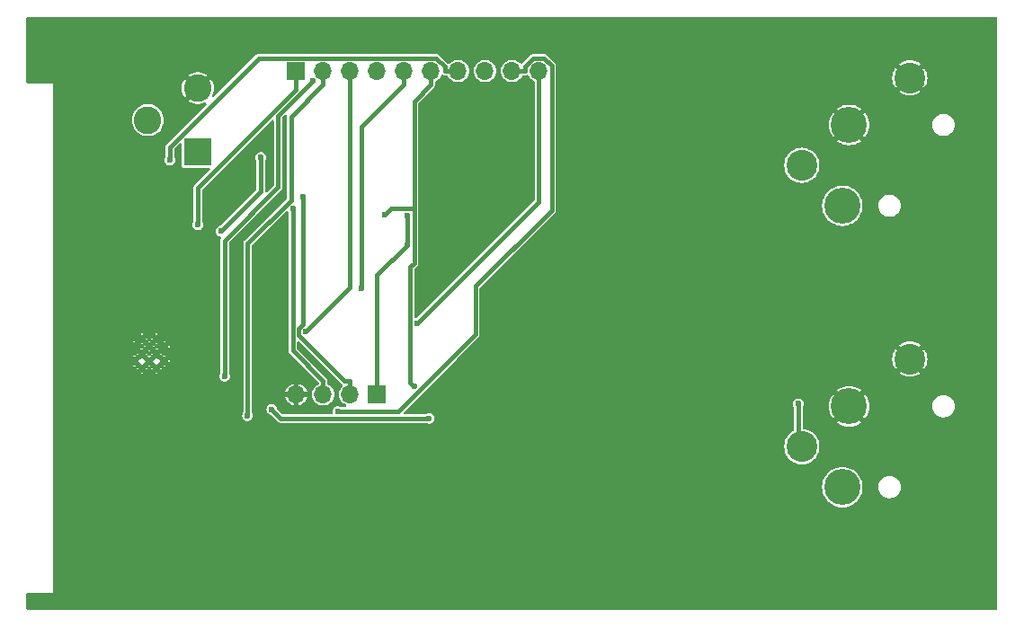
<source format=gbr>
%TF.GenerationSoftware,KiCad,Pcbnew,7.0.7*%
%TF.CreationDate,2023-09-08T00:35:22+02:00*%
%TF.ProjectId,DMX-ArtNET-Gateway,444d582d-4172-4744-9e45-542d47617465,v01*%
%TF.SameCoordinates,Original*%
%TF.FileFunction,Copper,L2,Bot*%
%TF.FilePolarity,Positive*%
%FSLAX46Y46*%
G04 Gerber Fmt 4.6, Leading zero omitted, Abs format (unit mm)*
G04 Created by KiCad (PCBNEW 7.0.7) date 2023-09-08 00:35:22*
%MOMM*%
%LPD*%
G01*
G04 APERTURE LIST*
%TA.AperFunction,ComponentPad*%
%ADD10R,1.700000X1.700000*%
%TD*%
%TA.AperFunction,ComponentPad*%
%ADD11O,1.700000X1.700000*%
%TD*%
%TA.AperFunction,HeatsinkPad*%
%ADD12C,0.600000*%
%TD*%
%TA.AperFunction,ComponentPad*%
%ADD13C,3.400000*%
%TD*%
%TA.AperFunction,ComponentPad*%
%ADD14C,2.900000*%
%TD*%
%TA.AperFunction,ComponentPad*%
%ADD15R,2.600000X2.600000*%
%TD*%
%TA.AperFunction,ComponentPad*%
%ADD16C,2.600000*%
%TD*%
%TA.AperFunction,ViaPad*%
%ADD17C,0.600000*%
%TD*%
%TA.AperFunction,Conductor*%
%ADD18C,0.400000*%
%TD*%
G04 APERTURE END LIST*
D10*
%TO.P,J5,1,Pin_1*%
%TO.N,+5V*%
X147320000Y-116840000D03*
D11*
%TO.P,J5,2,Pin_2*%
%TO.N,TX*%
X144780000Y-116840000D03*
%TO.P,J5,3,Pin_3*%
%TO.N,RX*%
X142240000Y-116840000D03*
%TO.P,J5,4,Pin_4*%
%TO.N,GND*%
X139700000Y-116840000D03*
%TD*%
D10*
%TO.P,J1,1,Pin_1*%
%TO.N,IO5*%
X139700000Y-86360000D03*
D11*
%TO.P,J1,2,Pin_2*%
%TO.N,IO12*%
X142240000Y-86360000D03*
%TO.P,J1,3,Pin_3*%
%TO.N,IO13*%
X144780000Y-86360000D03*
%TO.P,J1,4,Pin_4*%
%TO.N,IO14*%
X147320000Y-86360000D03*
%TO.P,J1,5,Pin_5*%
%TO.N,IO15*%
X149860000Y-86360000D03*
%TO.P,J1,6,Pin_6*%
%TO.N,IO21*%
X152400000Y-86360000D03*
%TO.P,J1,7,Pin_7*%
%TO.N,IO22*%
X154940000Y-86360000D03*
%TO.P,J1,8,Pin_8*%
%TO.N,IO23*%
X157480000Y-86360000D03*
%TO.P,J1,9,Pin_9*%
%TO.N,IO25*%
X160020000Y-86360000D03*
%TO.P,J1,10,Pin_10*%
%TO.N,IO26*%
X162560000Y-86360000D03*
%TD*%
D12*
%TO.P,U2,39,GND*%
%TO.N,GND*%
X125160000Y-114410000D03*
X126560000Y-114410000D03*
X124460000Y-113710000D03*
X125860000Y-113710000D03*
X127260000Y-113710000D03*
X125160000Y-113035000D03*
X126560000Y-113035000D03*
X124460000Y-112310000D03*
X125860000Y-112310000D03*
X127260000Y-112310000D03*
X125160000Y-111610000D03*
X126560000Y-111610000D03*
%TD*%
D13*
%TO.P,J3,1*%
%TO.N,GND*%
X191770000Y-117960000D03*
%TO.P,J3,2*%
%TO.N,DMX_2_B*%
X191135000Y-125580000D03*
D14*
%TO.P,J3,3*%
%TO.N,DMX_2_A*%
X187320000Y-121770000D03*
%TO.P,J3,G*%
%TO.N,GND*%
X197490000Y-113520000D03*
%TD*%
D15*
%TO.P,J4,1*%
%TO.N,+5V*%
X130430000Y-93980000D03*
D16*
%TO.P,J4,2*%
%TO.N,GND*%
X130430000Y-87980000D03*
%TO.P,J4,3*%
%TO.N,N/C*%
X125730000Y-90980000D03*
%TD*%
D13*
%TO.P,J2,1*%
%TO.N,GND*%
X191770000Y-91440000D03*
%TO.P,J2,2*%
%TO.N,DMX_1_B*%
X191135000Y-99060000D03*
D14*
%TO.P,J2,3*%
%TO.N,DMX_1_A*%
X187320000Y-95250000D03*
%TO.P,J2,G*%
%TO.N,GND*%
X197490000Y-87000000D03*
%TD*%
D17*
%TO.N,IO22*%
X127789400Y-94748300D03*
%TO.N,TX*%
X140356100Y-98210300D03*
%TO.N,RX*%
X139372400Y-99353600D03*
%TO.N,IO5*%
X130441800Y-100847600D03*
%TO.N,IO15*%
X145838600Y-106867000D03*
%TO.N,IO13*%
X140574700Y-110936000D03*
%TO.N,IO12*%
X135113100Y-118846000D03*
%TO.N,IO14*%
X132952600Y-115123000D03*
X141283300Y-87271200D03*
%TO.N,IO26*%
X151078700Y-110174700D03*
%TO.N,IO25*%
X143621400Y-118445800D03*
%TO.N,IO19*%
X152231600Y-119105700D03*
X137397100Y-118251500D03*
%TO.N,IO21*%
X150797000Y-116049000D03*
X148080200Y-99886900D03*
%TO.N,IO16*%
X136367500Y-94488300D03*
X132602600Y-101453900D03*
%TO.N,DMX_2_A*%
X186977600Y-117723900D03*
%TO.N,+5V*%
X150139200Y-100000300D03*
X150139200Y-102775400D03*
%TO.N,GND*%
X162090400Y-126929400D03*
X117882700Y-104151200D03*
X118058100Y-121756000D03*
X180714500Y-132832600D03*
X160850100Y-125142400D03*
X119380000Y-125254900D03*
X137249800Y-117213400D03*
X162117900Y-132158100D03*
X163967800Y-101233000D03*
X147308500Y-128905000D03*
X153990000Y-125616800D03*
X162977300Y-121331100D03*
X169354400Y-121571200D03*
X167876300Y-104226700D03*
X156033400Y-132859200D03*
%TD*%
D18*
%TO.N,IO22*%
X154940000Y-86360000D02*
X153690000Y-86360000D01*
X127789400Y-93522900D02*
X127789400Y-94748300D01*
X136155400Y-85156900D02*
X127789400Y-93522900D01*
X152877500Y-85156900D02*
X136155400Y-85156900D01*
X153690000Y-85969400D02*
X152877500Y-85156900D01*
X153690000Y-86360000D02*
X153690000Y-85969400D01*
%TO.N,TX*%
X144262000Y-115590000D02*
X144780000Y-115590000D01*
X139945700Y-111273700D02*
X144262000Y-115590000D01*
X139945700Y-110675200D02*
X139945700Y-111273700D01*
X140356100Y-110264800D02*
X139945700Y-110675200D01*
X140356100Y-98210300D02*
X140356100Y-110264800D01*
X144780000Y-116840000D02*
X144780000Y-115590000D01*
%TO.N,RX*%
X139372400Y-112722400D02*
X142240000Y-115590000D01*
X139372400Y-99353600D02*
X139372400Y-112722400D01*
X142240000Y-116840000D02*
X142240000Y-115590000D01*
%TO.N,IO5*%
X139700000Y-88108600D02*
X139700000Y-86360000D01*
X130441800Y-97366800D02*
X139700000Y-88108600D01*
X130441800Y-100847600D02*
X130441800Y-97366800D01*
%TO.N,IO15*%
X145838600Y-91631400D02*
X149860000Y-87610000D01*
X145838600Y-106867000D02*
X145838600Y-91631400D01*
X149860000Y-86360000D02*
X149860000Y-87610000D01*
%TO.N,IO13*%
X144780000Y-106730700D02*
X140574700Y-110936000D01*
X144780000Y-86360000D02*
X144780000Y-106730700D01*
%TO.N,IO12*%
X142240000Y-86360000D02*
X142240000Y-87610000D01*
X139207100Y-90642900D02*
X142240000Y-87610000D01*
X139207100Y-98545400D02*
X139207100Y-90642900D01*
X135113100Y-102639400D02*
X139207100Y-98545400D01*
X135113100Y-118846000D02*
X135113100Y-102639400D01*
%TO.N,IO14*%
X141283300Y-87273200D02*
X141283300Y-87271200D01*
X137988500Y-90568000D02*
X141283300Y-87273200D01*
X137988500Y-97320500D02*
X137988500Y-90568000D01*
X132952600Y-102356400D02*
X137988500Y-97320500D01*
X132952600Y-115123000D02*
X132952600Y-102356400D01*
%TO.N,IO26*%
X162560000Y-98693400D02*
X151078700Y-110174700D01*
X162560000Y-86360000D02*
X162560000Y-98693400D01*
%TO.N,IO25*%
X160020000Y-86360000D02*
X161270000Y-86360000D01*
X161270000Y-85914100D02*
X161270000Y-86360000D01*
X162012900Y-85171200D02*
X161270000Y-85914100D01*
X163058100Y-85171200D02*
X162012900Y-85171200D01*
X163747500Y-85860600D02*
X163058100Y-85171200D01*
X163747500Y-99455900D02*
X163747500Y-85860600D01*
X156572100Y-106631300D02*
X163747500Y-99455900D01*
X156572100Y-111206400D02*
X156572100Y-106631300D01*
X149332700Y-118445800D02*
X156572100Y-111206400D01*
X143621400Y-118445800D02*
X149332700Y-118445800D01*
%TO.N,IO19*%
X138251300Y-119105700D02*
X137397100Y-118251500D01*
X152231600Y-119105700D02*
X138251300Y-119105700D01*
%TO.N,IO21*%
X152400000Y-86360000D02*
X152400000Y-87610000D01*
X148641100Y-99326000D02*
X150804000Y-99326000D01*
X148080200Y-99886900D02*
X148641100Y-99326000D01*
X150804000Y-89206000D02*
X150804000Y-99326000D01*
X152400000Y-87610000D02*
X150804000Y-89206000D01*
X150449800Y-115701800D02*
X150797000Y-116049000D01*
X150449800Y-104805400D02*
X150449800Y-115701800D01*
X150804000Y-104451200D02*
X150449800Y-104805400D01*
X150804000Y-99326000D02*
X150804000Y-104451200D01*
%TO.N,IO16*%
X136367500Y-97689000D02*
X132602600Y-101453900D01*
X136367500Y-94488300D02*
X136367500Y-97689000D01*
%TO.N,DMX_2_A*%
X186977600Y-121427600D02*
X186977600Y-117723900D01*
X187320000Y-121770000D02*
X186977600Y-121427600D01*
%TO.N,+5V*%
X147320000Y-116840000D02*
X147320000Y-115590000D01*
X150139200Y-100000300D02*
X150139200Y-102775400D01*
X147320000Y-105594600D02*
X147320000Y-115590000D01*
X150139200Y-102775400D02*
X147320000Y-105594600D01*
%TD*%
%TA.AperFunction,Conductor*%
%TO.N,GND*%
G36*
X205682539Y-81300185D02*
G01*
X205728294Y-81352989D01*
X205739500Y-81404500D01*
X205739500Y-137035500D01*
X205719815Y-137102539D01*
X205667011Y-137148294D01*
X205615500Y-137159500D01*
X114424500Y-137159500D01*
X114357461Y-137139815D01*
X114311706Y-137087011D01*
X114300500Y-137035500D01*
X114300500Y-135634000D01*
X114320185Y-135566961D01*
X114372989Y-135521206D01*
X114424500Y-135510000D01*
X116839999Y-135510000D01*
X116840000Y-135510000D01*
X116840000Y-125580001D01*
X189229645Y-125580001D01*
X189249039Y-125851160D01*
X189249040Y-125851167D01*
X189306823Y-126116793D01*
X189306825Y-126116801D01*
X189383330Y-126321920D01*
X189401830Y-126371519D01*
X189532109Y-126610107D01*
X189532110Y-126610108D01*
X189532113Y-126610113D01*
X189695029Y-126827742D01*
X189695033Y-126827746D01*
X189695038Y-126827752D01*
X189887247Y-127019961D01*
X189887253Y-127019966D01*
X189887258Y-127019971D01*
X190104887Y-127182887D01*
X190104891Y-127182889D01*
X190104892Y-127182890D01*
X190343481Y-127313169D01*
X190343480Y-127313169D01*
X190343484Y-127313170D01*
X190343487Y-127313172D01*
X190598199Y-127408175D01*
X190863840Y-127465961D01*
X191115604Y-127483967D01*
X191134999Y-127485355D01*
X191135000Y-127485355D01*
X191135001Y-127485355D01*
X191153100Y-127484060D01*
X191406160Y-127465961D01*
X191671801Y-127408175D01*
X191926513Y-127313172D01*
X191926517Y-127313169D01*
X191926519Y-127313169D01*
X192045812Y-127248029D01*
X192165113Y-127182887D01*
X192382742Y-127019971D01*
X192574971Y-126827742D01*
X192737887Y-126610113D01*
X192868172Y-126371513D01*
X192963175Y-126116801D01*
X193020961Y-125851160D01*
X193040355Y-125580000D01*
X194524417Y-125580000D01*
X194544699Y-125785932D01*
X194544700Y-125785934D01*
X194604768Y-125983954D01*
X194702315Y-126166450D01*
X194702317Y-126166452D01*
X194833589Y-126326410D01*
X194930209Y-126405702D01*
X194993550Y-126457685D01*
X195176046Y-126555232D01*
X195374066Y-126615300D01*
X195374065Y-126615300D01*
X195412647Y-126619100D01*
X195528392Y-126630500D01*
X195528395Y-126630500D01*
X195631605Y-126630500D01*
X195631608Y-126630500D01*
X195785934Y-126615300D01*
X195983954Y-126555232D01*
X196166450Y-126457685D01*
X196326410Y-126326410D01*
X196457685Y-126166450D01*
X196555232Y-125983954D01*
X196615300Y-125785934D01*
X196635583Y-125580000D01*
X196615300Y-125374066D01*
X196555232Y-125176046D01*
X196457685Y-124993550D01*
X196405702Y-124930209D01*
X196326410Y-124833589D01*
X196166452Y-124702317D01*
X196166453Y-124702317D01*
X196166450Y-124702315D01*
X195983954Y-124604768D01*
X195785934Y-124544700D01*
X195785932Y-124544699D01*
X195785934Y-124544699D01*
X195666805Y-124532966D01*
X195631608Y-124529500D01*
X195528392Y-124529500D01*
X195490298Y-124533251D01*
X195374067Y-124544699D01*
X195176043Y-124604769D01*
X195065897Y-124663643D01*
X194993550Y-124702315D01*
X194993548Y-124702316D01*
X194993547Y-124702317D01*
X194833589Y-124833589D01*
X194702317Y-124993547D01*
X194604769Y-125176043D01*
X194544699Y-125374067D01*
X194524417Y-125580000D01*
X193040355Y-125580000D01*
X193020961Y-125308840D01*
X192963175Y-125043199D01*
X192868172Y-124788487D01*
X192868170Y-124788484D01*
X192868169Y-124788480D01*
X192737890Y-124549892D01*
X192737889Y-124549891D01*
X192737887Y-124549887D01*
X192574971Y-124332258D01*
X192574966Y-124332253D01*
X192574961Y-124332247D01*
X192382752Y-124140038D01*
X192382746Y-124140033D01*
X192382742Y-124140029D01*
X192165113Y-123977113D01*
X192165108Y-123977110D01*
X192165107Y-123977109D01*
X191926518Y-123846830D01*
X191926519Y-123846830D01*
X191876920Y-123828330D01*
X191671801Y-123751825D01*
X191671794Y-123751823D01*
X191671793Y-123751823D01*
X191406167Y-123694040D01*
X191406160Y-123694039D01*
X191135001Y-123674645D01*
X191134999Y-123674645D01*
X190863839Y-123694039D01*
X190863832Y-123694040D01*
X190598206Y-123751823D01*
X190598202Y-123751824D01*
X190598199Y-123751825D01*
X190470842Y-123799326D01*
X190343480Y-123846830D01*
X190104892Y-123977109D01*
X190104891Y-123977110D01*
X189887259Y-124140028D01*
X189887247Y-124140038D01*
X189695038Y-124332247D01*
X189695028Y-124332259D01*
X189532110Y-124549891D01*
X189532109Y-124549892D01*
X189401830Y-124788480D01*
X189385005Y-124833590D01*
X189306825Y-125043199D01*
X189306824Y-125043202D01*
X189306823Y-125043206D01*
X189249040Y-125308832D01*
X189249039Y-125308839D01*
X189229645Y-125579998D01*
X189229645Y-125580001D01*
X116840000Y-125580001D01*
X116840000Y-121769999D01*
X185664396Y-121769999D01*
X185684778Y-122028990D01*
X185745427Y-122281610D01*
X185844843Y-122521623D01*
X185844845Y-122521627D01*
X185844846Y-122521628D01*
X185980588Y-122743140D01*
X186149311Y-122940689D01*
X186346860Y-123109412D01*
X186568372Y-123245154D01*
X186568374Y-123245154D01*
X186568376Y-123245156D01*
X186629693Y-123270554D01*
X186808390Y-123344573D01*
X187061006Y-123405221D01*
X187320000Y-123425604D01*
X187578994Y-123405221D01*
X187831610Y-123344573D01*
X188071628Y-123245154D01*
X188293140Y-123109412D01*
X188490689Y-122940689D01*
X188659412Y-122743140D01*
X188795154Y-122521628D01*
X188894573Y-122281610D01*
X188955221Y-122028994D01*
X188975604Y-121770000D01*
X188955221Y-121511006D01*
X188894573Y-121258390D01*
X188795154Y-121018372D01*
X188659412Y-120796860D01*
X188490689Y-120599311D01*
X188293140Y-120430588D01*
X188071628Y-120294846D01*
X188071627Y-120294845D01*
X188071623Y-120294843D01*
X187891062Y-120220053D01*
X187831610Y-120195427D01*
X187831611Y-120195427D01*
X187714945Y-120167418D01*
X187578994Y-120134779D01*
X187518809Y-120130042D01*
X187492369Y-120127961D01*
X187427081Y-120103076D01*
X187385611Y-120046844D01*
X187378100Y-120004343D01*
X187378100Y-118072232D01*
X187397785Y-118005193D01*
X187398501Y-118004236D01*
X187402968Y-117997282D01*
X187402977Y-117997273D01*
X187419999Y-117960001D01*
X189865147Y-117960001D01*
X189884536Y-118231090D01*
X189884537Y-118231097D01*
X189942305Y-118496654D01*
X190037285Y-118751306D01*
X190037287Y-118751310D01*
X190167532Y-118989835D01*
X190167537Y-118989843D01*
X190261320Y-119115124D01*
X190943389Y-118433056D01*
X191004712Y-118399571D01*
X191074404Y-118404555D01*
X191130337Y-118446427D01*
X191136059Y-118454758D01*
X191140577Y-118461948D01*
X191268052Y-118589423D01*
X191275229Y-118593933D01*
X191321522Y-118646264D01*
X191332173Y-118715317D01*
X191303801Y-118779166D01*
X191296942Y-118786609D01*
X190614874Y-119468677D01*
X190614874Y-119468678D01*
X190740156Y-119562462D01*
X190740164Y-119562467D01*
X190978689Y-119692712D01*
X190978693Y-119692714D01*
X191233345Y-119787694D01*
X191498902Y-119845462D01*
X191498909Y-119845463D01*
X191769999Y-119864853D01*
X191770001Y-119864853D01*
X192041090Y-119845463D01*
X192041097Y-119845462D01*
X192306654Y-119787694D01*
X192561306Y-119692714D01*
X192561310Y-119692712D01*
X192799835Y-119562467D01*
X192799843Y-119562462D01*
X192925123Y-119468678D01*
X192925124Y-119468677D01*
X192243057Y-118786610D01*
X192209572Y-118725287D01*
X192214556Y-118655595D01*
X192256428Y-118599662D01*
X192264769Y-118593934D01*
X192266351Y-118592939D01*
X192271948Y-118589423D01*
X192399423Y-118461948D01*
X192403933Y-118454769D01*
X192456267Y-118408476D01*
X192525320Y-118397826D01*
X192589169Y-118426200D01*
X192596610Y-118433057D01*
X193278677Y-119115124D01*
X193278678Y-119115123D01*
X193372462Y-118989843D01*
X193372467Y-118989835D01*
X193502712Y-118751310D01*
X193502714Y-118751306D01*
X193597694Y-118496654D01*
X193655462Y-118231097D01*
X193655463Y-118231090D01*
X193674853Y-117960001D01*
X193674853Y-117960000D01*
X199604417Y-117960000D01*
X199624699Y-118165932D01*
X199644467Y-118231097D01*
X199684768Y-118363954D01*
X199782315Y-118546450D01*
X199782317Y-118546452D01*
X199913589Y-118706410D01*
X199978890Y-118760000D01*
X200073550Y-118837685D01*
X200256046Y-118935232D01*
X200454066Y-118995300D01*
X200454065Y-118995300D01*
X200492647Y-118999100D01*
X200608392Y-119010500D01*
X200608395Y-119010500D01*
X200711605Y-119010500D01*
X200711608Y-119010500D01*
X200865934Y-118995300D01*
X201063954Y-118935232D01*
X201246450Y-118837685D01*
X201406410Y-118706410D01*
X201537685Y-118546450D01*
X201635232Y-118363954D01*
X201695300Y-118165934D01*
X201715583Y-117960000D01*
X201695300Y-117754066D01*
X201635232Y-117556046D01*
X201537685Y-117373550D01*
X201485702Y-117310209D01*
X201406410Y-117213589D01*
X201246452Y-117082317D01*
X201246453Y-117082317D01*
X201246450Y-117082315D01*
X201063954Y-116984768D01*
X200865934Y-116924700D01*
X200865932Y-116924699D01*
X200865934Y-116924699D01*
X200746805Y-116912966D01*
X200711608Y-116909500D01*
X200608392Y-116909500D01*
X200570298Y-116913251D01*
X200454067Y-116924699D01*
X200256043Y-116984769D01*
X200145897Y-117043643D01*
X200073550Y-117082315D01*
X200073548Y-117082316D01*
X200073547Y-117082317D01*
X199913589Y-117213589D01*
X199782317Y-117373547D01*
X199684769Y-117556043D01*
X199624699Y-117754067D01*
X199604417Y-117960000D01*
X193674853Y-117960000D01*
X193674853Y-117959998D01*
X193655463Y-117688909D01*
X193655462Y-117688902D01*
X193597694Y-117423345D01*
X193502714Y-117168693D01*
X193502712Y-117168689D01*
X193372467Y-116930164D01*
X193372462Y-116930156D01*
X193278678Y-116804874D01*
X193278677Y-116804874D01*
X192596609Y-117486942D01*
X192535286Y-117520427D01*
X192465594Y-117515443D01*
X192409661Y-117473571D01*
X192403942Y-117465244D01*
X192399423Y-117458052D01*
X192271948Y-117330577D01*
X192264764Y-117326063D01*
X192218474Y-117273730D01*
X192207825Y-117204676D01*
X192236200Y-117140828D01*
X192243056Y-117133389D01*
X192925124Y-116451320D01*
X192799843Y-116357537D01*
X192799835Y-116357532D01*
X192561310Y-116227287D01*
X192561306Y-116227285D01*
X192306654Y-116132305D01*
X192041097Y-116074537D01*
X192041090Y-116074536D01*
X191770001Y-116055147D01*
X191769999Y-116055147D01*
X191498909Y-116074536D01*
X191498902Y-116074537D01*
X191233345Y-116132305D01*
X190978693Y-116227285D01*
X190978689Y-116227287D01*
X190740164Y-116357532D01*
X190614874Y-116451321D01*
X191296942Y-117133389D01*
X191330427Y-117194712D01*
X191325443Y-117264404D01*
X191283571Y-117320337D01*
X191275236Y-117326062D01*
X191268054Y-117330574D01*
X191140574Y-117458054D01*
X191136062Y-117465236D01*
X191083726Y-117511526D01*
X191014672Y-117522172D01*
X190950825Y-117493795D01*
X190943389Y-117486942D01*
X190261321Y-116804875D01*
X190167532Y-116930164D01*
X190037287Y-117168689D01*
X190037285Y-117168693D01*
X189942305Y-117423345D01*
X189884537Y-117688902D01*
X189884536Y-117688909D01*
X189865147Y-117959998D01*
X189865147Y-117960001D01*
X187419999Y-117960001D01*
X187462765Y-117866357D01*
X187483247Y-117723900D01*
X187462765Y-117581443D01*
X187402977Y-117450527D01*
X187308728Y-117341757D01*
X187187653Y-117263947D01*
X187187651Y-117263946D01*
X187187649Y-117263945D01*
X187187650Y-117263945D01*
X187049563Y-117223400D01*
X187049561Y-117223400D01*
X186905639Y-117223400D01*
X186905636Y-117223400D01*
X186767549Y-117263945D01*
X186646473Y-117341756D01*
X186552223Y-117450526D01*
X186552222Y-117450528D01*
X186492434Y-117581443D01*
X186471953Y-117723900D01*
X186492434Y-117866356D01*
X186521063Y-117929043D01*
X186552223Y-117997273D01*
X186552227Y-117997278D01*
X186557018Y-118004733D01*
X186553964Y-118006695D01*
X186575835Y-118054563D01*
X186577100Y-118072232D01*
X186577100Y-120220053D01*
X186557415Y-120287092D01*
X186517890Y-120325780D01*
X186346865Y-120430584D01*
X186346862Y-120430585D01*
X186149311Y-120599311D01*
X185980588Y-120796859D01*
X185844843Y-121018376D01*
X185745427Y-121258389D01*
X185684778Y-121511009D01*
X185664396Y-121769999D01*
X116840000Y-121769999D01*
X116840000Y-114893075D01*
X125030476Y-114893075D01*
X125088113Y-114910000D01*
X125231886Y-114910000D01*
X125289522Y-114893075D01*
X126430476Y-114893075D01*
X126488113Y-114910000D01*
X126631886Y-114910000D01*
X126689522Y-114893075D01*
X126559999Y-114763552D01*
X126430476Y-114893075D01*
X125289522Y-114893075D01*
X125159999Y-114763552D01*
X125030476Y-114893075D01*
X116840000Y-114893075D01*
X116840000Y-114193075D01*
X124330476Y-114193075D01*
X124388113Y-114210000D01*
X124540510Y-114210000D01*
X124607549Y-114229685D01*
X124653304Y-114282489D01*
X124663248Y-114351647D01*
X124654858Y-114410000D01*
X124673912Y-114542532D01*
X124806446Y-114409999D01*
X124805025Y-114408578D01*
X125019813Y-114408578D01*
X125029011Y-114424080D01*
X125061542Y-114495312D01*
X125061543Y-114495313D01*
X125123297Y-114535000D01*
X125123299Y-114535000D01*
X125127821Y-114536328D01*
X125150419Y-114550851D01*
X125187927Y-114532076D01*
X125230433Y-114519596D01*
X125247722Y-114499644D01*
X125278502Y-114464121D01*
X125278501Y-114464121D01*
X125278504Y-114464119D01*
X125279599Y-114456502D01*
X125300185Y-114411421D01*
X125299341Y-114409999D01*
X125513551Y-114409999D01*
X125646085Y-114542533D01*
X125665141Y-114409999D01*
X125656752Y-114351647D01*
X125666696Y-114282489D01*
X125712451Y-114229685D01*
X125779490Y-114210000D01*
X125940510Y-114210000D01*
X126007549Y-114229685D01*
X126053304Y-114282489D01*
X126063248Y-114351647D01*
X126054858Y-114410000D01*
X126073912Y-114542532D01*
X126206446Y-114409999D01*
X126205025Y-114408578D01*
X126419813Y-114408578D01*
X126429011Y-114424080D01*
X126461542Y-114495312D01*
X126461543Y-114495313D01*
X126523297Y-114535000D01*
X126523299Y-114535000D01*
X126527821Y-114536328D01*
X126550419Y-114550851D01*
X126587927Y-114532076D01*
X126630433Y-114519596D01*
X126647722Y-114499644D01*
X126678502Y-114464121D01*
X126678501Y-114464121D01*
X126678504Y-114464119D01*
X126679599Y-114456502D01*
X126700185Y-114411421D01*
X126699341Y-114409999D01*
X126913551Y-114409999D01*
X127046085Y-114542533D01*
X127065141Y-114409999D01*
X127056752Y-114351647D01*
X127066696Y-114282489D01*
X127112451Y-114229685D01*
X127179490Y-114210000D01*
X127331886Y-114210000D01*
X127389522Y-114193075D01*
X127259999Y-114063552D01*
X127100248Y-114223303D01*
X126913551Y-114409999D01*
X126699341Y-114409999D01*
X126690988Y-114395919D01*
X126658457Y-114324687D01*
X126658457Y-114324686D01*
X126596703Y-114285000D01*
X126596701Y-114284999D01*
X126592175Y-114283670D01*
X126569579Y-114269147D01*
X126532075Y-114287921D01*
X126489567Y-114300403D01*
X126489564Y-114300405D01*
X126441497Y-114355878D01*
X126441495Y-114355882D01*
X126440400Y-114363501D01*
X126419813Y-114408578D01*
X126205025Y-114408578D01*
X125859999Y-114063552D01*
X125700248Y-114223303D01*
X125513551Y-114409999D01*
X125299341Y-114409999D01*
X125290988Y-114395919D01*
X125258457Y-114324687D01*
X125258457Y-114324686D01*
X125196703Y-114285000D01*
X125196701Y-114284999D01*
X125192175Y-114283670D01*
X125169579Y-114269147D01*
X125132072Y-114287923D01*
X125089567Y-114300404D01*
X125089566Y-114300404D01*
X125089565Y-114300405D01*
X125089564Y-114300405D01*
X125041497Y-114355878D01*
X125041495Y-114355882D01*
X125040400Y-114363501D01*
X125019813Y-114408578D01*
X124805025Y-114408578D01*
X124459999Y-114063552D01*
X124330476Y-114193075D01*
X116840000Y-114193075D01*
X116840000Y-113710000D01*
X123954858Y-113710000D01*
X123973913Y-113842533D01*
X124106445Y-113710000D01*
X124105022Y-113708577D01*
X124319813Y-113708577D01*
X124329011Y-113724079D01*
X124361542Y-113795312D01*
X124361543Y-113795313D01*
X124423297Y-113835000D01*
X124423299Y-113835000D01*
X124427821Y-113836328D01*
X124450419Y-113850851D01*
X124487927Y-113832076D01*
X124530433Y-113819596D01*
X124534682Y-113814693D01*
X124578502Y-113764121D01*
X124578501Y-113764121D01*
X124578504Y-113764119D01*
X124579599Y-113756503D01*
X124600185Y-113711420D01*
X124599342Y-113709999D01*
X124813551Y-113709999D01*
X124980546Y-113876992D01*
X124980548Y-113876996D01*
X125159999Y-114056447D01*
X125319750Y-113896696D01*
X125506446Y-113709999D01*
X125505025Y-113708578D01*
X125719813Y-113708578D01*
X125729011Y-113724080D01*
X125761542Y-113795312D01*
X125761543Y-113795313D01*
X125823297Y-113835000D01*
X125823299Y-113835000D01*
X125827821Y-113836328D01*
X125850419Y-113850851D01*
X125887927Y-113832076D01*
X125930433Y-113819596D01*
X125934682Y-113814693D01*
X125978502Y-113764121D01*
X125978501Y-113764121D01*
X125978504Y-113764119D01*
X125979599Y-113756502D01*
X126000185Y-113711421D01*
X125999342Y-113710000D01*
X126213552Y-113710000D01*
X126400248Y-113896696D01*
X126560000Y-114056445D01*
X126719751Y-113896696D01*
X126906446Y-113709999D01*
X126905024Y-113708577D01*
X127119813Y-113708577D01*
X127129011Y-113724079D01*
X127161542Y-113795312D01*
X127161543Y-113795313D01*
X127223297Y-113835000D01*
X127223299Y-113835000D01*
X127227821Y-113836328D01*
X127250419Y-113850851D01*
X127287927Y-113832076D01*
X127330433Y-113819596D01*
X127334682Y-113814693D01*
X127378502Y-113764121D01*
X127378501Y-113764121D01*
X127378504Y-113764119D01*
X127379599Y-113756502D01*
X127400185Y-113711421D01*
X127399341Y-113709999D01*
X127613551Y-113709999D01*
X127746085Y-113842533D01*
X127765141Y-113709999D01*
X127746086Y-113577465D01*
X127746085Y-113577465D01*
X127613551Y-113709999D01*
X127399341Y-113709999D01*
X127390988Y-113695919D01*
X127358457Y-113624687D01*
X127331696Y-113607489D01*
X127296703Y-113585000D01*
X127296701Y-113584999D01*
X127292175Y-113583670D01*
X127269579Y-113569147D01*
X127232072Y-113587922D01*
X127189568Y-113600403D01*
X127189564Y-113600405D01*
X127141497Y-113655878D01*
X127141495Y-113655882D01*
X127140400Y-113663502D01*
X127119813Y-113708577D01*
X126905024Y-113708577D01*
X126766603Y-113570156D01*
X126736876Y-113561425D01*
X126716243Y-113544796D01*
X126559999Y-113388552D01*
X126403755Y-113544796D01*
X126348685Y-113574866D01*
X126213552Y-113710000D01*
X125999342Y-113710000D01*
X125990988Y-113695919D01*
X125958457Y-113624687D01*
X125931696Y-113607489D01*
X125896703Y-113585000D01*
X125896701Y-113584999D01*
X125892175Y-113583670D01*
X125869579Y-113569147D01*
X125832072Y-113587923D01*
X125789567Y-113600404D01*
X125789566Y-113600404D01*
X125789565Y-113600405D01*
X125789564Y-113600405D01*
X125741497Y-113655878D01*
X125741495Y-113655882D01*
X125740400Y-113663501D01*
X125719813Y-113708578D01*
X125505025Y-113708578D01*
X125366603Y-113570156D01*
X125336876Y-113561425D01*
X125316243Y-113544796D01*
X125159999Y-113388552D01*
X125003755Y-113544796D01*
X124948685Y-113574866D01*
X124813551Y-113709999D01*
X124599342Y-113709999D01*
X124590988Y-113695919D01*
X124558457Y-113624687D01*
X124531696Y-113607489D01*
X124496703Y-113585000D01*
X124496702Y-113585000D01*
X124492176Y-113583671D01*
X124469578Y-113569148D01*
X124432072Y-113587923D01*
X124389567Y-113600404D01*
X124389566Y-113600404D01*
X124389565Y-113600405D01*
X124389564Y-113600405D01*
X124341497Y-113655878D01*
X124341495Y-113655882D01*
X124340400Y-113663502D01*
X124319813Y-113708577D01*
X124105022Y-113708577D01*
X123973913Y-113577466D01*
X123954858Y-113710000D01*
X116840000Y-113710000D01*
X116840000Y-113226924D01*
X124330475Y-113226924D01*
X124459997Y-113356445D01*
X124616244Y-113200201D01*
X124671314Y-113170131D01*
X124806446Y-113034999D01*
X124805025Y-113033578D01*
X125019813Y-113033578D01*
X125029011Y-113049080D01*
X125061542Y-113120312D01*
X125061543Y-113120313D01*
X125123297Y-113160000D01*
X125123299Y-113160000D01*
X125127821Y-113161328D01*
X125150419Y-113175851D01*
X125187927Y-113157076D01*
X125230433Y-113144596D01*
X125236571Y-113137513D01*
X125254468Y-113116857D01*
X125278504Y-113089119D01*
X125279599Y-113081502D01*
X125300185Y-113036421D01*
X125299341Y-113034999D01*
X125513552Y-113034999D01*
X125653394Y-113174841D01*
X125683117Y-113183570D01*
X125703754Y-113200202D01*
X125859998Y-113356446D01*
X126016243Y-113200202D01*
X126071316Y-113170129D01*
X126206446Y-113034998D01*
X126205023Y-113033575D01*
X126419813Y-113033575D01*
X126429011Y-113049079D01*
X126461542Y-113120312D01*
X126461543Y-113120313D01*
X126523297Y-113160000D01*
X126523299Y-113160000D01*
X126527821Y-113161328D01*
X126550419Y-113175851D01*
X126587927Y-113157076D01*
X126630433Y-113144596D01*
X126636571Y-113137513D01*
X126654468Y-113116857D01*
X126678504Y-113089119D01*
X126679599Y-113081502D01*
X126700185Y-113036421D01*
X126699341Y-113034999D01*
X126913552Y-113034999D01*
X127053393Y-113174841D01*
X127083118Y-113183570D01*
X127103756Y-113200202D01*
X127259998Y-113356445D01*
X127389523Y-113226922D01*
X127331891Y-113210000D01*
X127183084Y-113210000D01*
X127116045Y-113190315D01*
X127070290Y-113137511D01*
X127060346Y-113068353D01*
X127060346Y-113068352D01*
X127065141Y-113034999D01*
X127053086Y-112951156D01*
X127062437Y-112886113D01*
X126913552Y-113034999D01*
X126699341Y-113034999D01*
X126690988Y-113020919D01*
X126658457Y-112949687D01*
X126644940Y-112941000D01*
X126596703Y-112910000D01*
X126596701Y-112909999D01*
X126592175Y-112908670D01*
X126569579Y-112894147D01*
X126532072Y-112912923D01*
X126489567Y-112925404D01*
X126489566Y-112925404D01*
X126489565Y-112925405D01*
X126489564Y-112925405D01*
X126441497Y-112980878D01*
X126441494Y-112980885D01*
X126440399Y-112988501D01*
X126419813Y-113033575D01*
X126205023Y-113033575D01*
X126052878Y-112881431D01*
X126068174Y-112933478D01*
X126066912Y-112951153D01*
X126054858Y-113034998D01*
X126054858Y-113035001D01*
X126059653Y-113068355D01*
X126049709Y-113137513D01*
X126003953Y-113190316D01*
X125936915Y-113210000D01*
X125783084Y-113210000D01*
X125716045Y-113190315D01*
X125670290Y-113137511D01*
X125660346Y-113068353D01*
X125660346Y-113068352D01*
X125665141Y-113034999D01*
X125653086Y-112951156D01*
X125662437Y-112886113D01*
X125513552Y-113034999D01*
X125299341Y-113034999D01*
X125290988Y-113020919D01*
X125258457Y-112949687D01*
X125244940Y-112941000D01*
X125196703Y-112910000D01*
X125196701Y-112909999D01*
X125192175Y-112908670D01*
X125169579Y-112894147D01*
X125132072Y-112912923D01*
X125089567Y-112925404D01*
X125089566Y-112925404D01*
X125089565Y-112925405D01*
X125089564Y-112925405D01*
X125041497Y-112980878D01*
X125041495Y-112980882D01*
X125040400Y-112988501D01*
X125019813Y-113033578D01*
X124805025Y-113033578D01*
X124652877Y-112881430D01*
X124668174Y-112933478D01*
X124666912Y-112951153D01*
X124654858Y-113034998D01*
X124654858Y-113035001D01*
X124659653Y-113068355D01*
X124649709Y-113137513D01*
X124603953Y-113190316D01*
X124536915Y-113210000D01*
X124388110Y-113210000D01*
X124330476Y-113226922D01*
X124330475Y-113226924D01*
X116840000Y-113226924D01*
X116840000Y-112793075D01*
X124330476Y-112793075D01*
X124388113Y-112810000D01*
X124540758Y-112810000D01*
X124540757Y-112812820D01*
X124595658Y-112820701D01*
X124625361Y-112846426D01*
X124621041Y-112838514D01*
X125700706Y-112838514D01*
X125708784Y-112829193D01*
X125775823Y-112809508D01*
X125782695Y-112810000D01*
X125940758Y-112810000D01*
X125940757Y-112812820D01*
X125995658Y-112820701D01*
X126025360Y-112846425D01*
X126021040Y-112838514D01*
X127100706Y-112838514D01*
X127108784Y-112829193D01*
X127175823Y-112809508D01*
X127182695Y-112810000D01*
X127331886Y-112810000D01*
X127389522Y-112793075D01*
X127259999Y-112663552D01*
X127115842Y-112807709D01*
X127115603Y-112814401D01*
X127100706Y-112838514D01*
X126021040Y-112838514D01*
X126004295Y-112807848D01*
X125859999Y-112663552D01*
X125715842Y-112807709D01*
X125715603Y-112814401D01*
X125700706Y-112838514D01*
X124621041Y-112838514D01*
X124604296Y-112807849D01*
X124459999Y-112663552D01*
X124330476Y-112793075D01*
X116840000Y-112793075D01*
X116840000Y-112498567D01*
X124994633Y-112498567D01*
X125015700Y-112537148D01*
X125159999Y-112681447D01*
X125304155Y-112537290D01*
X125304394Y-112530603D01*
X125319295Y-112506478D01*
X125311212Y-112515807D01*
X125244173Y-112535491D01*
X125237304Y-112535000D01*
X125079242Y-112535000D01*
X125079242Y-112532185D01*
X125024298Y-112524279D01*
X124994635Y-112498569D01*
X126394635Y-112498569D01*
X126415702Y-112537150D01*
X126559999Y-112681447D01*
X126704156Y-112537289D01*
X126704395Y-112530601D01*
X126719294Y-112506479D01*
X126711212Y-112515807D01*
X126644173Y-112535491D01*
X126637304Y-112535000D01*
X126479242Y-112535000D01*
X126479242Y-112532185D01*
X126424298Y-112524279D01*
X126394635Y-112498569D01*
X124994635Y-112498569D01*
X124994633Y-112498567D01*
X116840000Y-112498567D01*
X116840000Y-112310000D01*
X123954858Y-112310000D01*
X123973912Y-112442532D01*
X124106446Y-112309999D01*
X124105025Y-112308578D01*
X124319813Y-112308578D01*
X124329011Y-112324080D01*
X124361542Y-112395312D01*
X124361543Y-112395313D01*
X124423297Y-112435000D01*
X124423299Y-112435000D01*
X124427821Y-112436328D01*
X124450419Y-112450851D01*
X124487927Y-112432076D01*
X124530433Y-112419596D01*
X124578504Y-112364119D01*
X124579599Y-112356502D01*
X124600185Y-112311421D01*
X124599341Y-112309999D01*
X124813551Y-112309999D01*
X124967109Y-112463557D01*
X124951824Y-112411476D01*
X124953086Y-112393843D01*
X124965141Y-112309999D01*
X124956752Y-112251647D01*
X124966696Y-112182489D01*
X125012451Y-112129685D01*
X125079490Y-112110000D01*
X125240510Y-112110000D01*
X125307549Y-112129685D01*
X125353304Y-112182489D01*
X125363248Y-112251647D01*
X125354858Y-112310001D01*
X125366912Y-112393845D01*
X125357560Y-112458884D01*
X125506445Y-112309997D01*
X125505025Y-112308577D01*
X125719813Y-112308577D01*
X125729010Y-112324077D01*
X125747296Y-112364117D01*
X125761543Y-112395313D01*
X125823297Y-112435000D01*
X125823299Y-112435000D01*
X125827821Y-112436328D01*
X125850419Y-112450851D01*
X125887927Y-112432076D01*
X125930433Y-112419596D01*
X125978504Y-112364119D01*
X125979599Y-112356503D01*
X126000185Y-112311420D01*
X125999342Y-112309999D01*
X126213551Y-112309999D01*
X126367108Y-112463554D01*
X126351824Y-112411476D01*
X126353086Y-112393843D01*
X126365141Y-112309999D01*
X126356752Y-112251647D01*
X126366696Y-112182489D01*
X126412451Y-112129685D01*
X126479490Y-112110000D01*
X126640510Y-112110000D01*
X126707549Y-112129685D01*
X126753304Y-112182489D01*
X126763248Y-112251647D01*
X126754858Y-112310001D01*
X126766912Y-112393845D01*
X126757560Y-112458883D01*
X126906446Y-112309999D01*
X126905025Y-112308578D01*
X127119813Y-112308578D01*
X127129011Y-112324080D01*
X127161542Y-112395312D01*
X127161543Y-112395313D01*
X127223297Y-112435000D01*
X127223299Y-112435000D01*
X127227821Y-112436328D01*
X127250419Y-112450851D01*
X127287927Y-112432076D01*
X127330433Y-112419596D01*
X127378504Y-112364119D01*
X127379599Y-112356502D01*
X127400185Y-112311421D01*
X127399341Y-112309999D01*
X127613551Y-112309999D01*
X127746085Y-112442533D01*
X127765141Y-112309999D01*
X127746086Y-112177465D01*
X127746085Y-112177465D01*
X127613551Y-112309999D01*
X127399341Y-112309999D01*
X127390988Y-112295919D01*
X127358457Y-112224687D01*
X127358457Y-112224686D01*
X127296703Y-112185000D01*
X127296701Y-112184999D01*
X127292175Y-112183670D01*
X127269579Y-112169147D01*
X127232072Y-112187923D01*
X127189567Y-112200404D01*
X127189566Y-112200404D01*
X127189565Y-112200405D01*
X127189564Y-112200405D01*
X127141497Y-112255878D01*
X127141495Y-112255882D01*
X127140400Y-112263501D01*
X127119813Y-112308578D01*
X126905025Y-112308578D01*
X126559999Y-111963552D01*
X126400248Y-112123303D01*
X126213551Y-112309999D01*
X125999342Y-112309999D01*
X125990988Y-112295919D01*
X125958457Y-112224687D01*
X125958457Y-112224686D01*
X125896703Y-112185000D01*
X125896701Y-112184999D01*
X125892175Y-112183670D01*
X125869579Y-112169147D01*
X125832072Y-112187922D01*
X125789568Y-112200403D01*
X125789564Y-112200405D01*
X125741497Y-112255878D01*
X125741495Y-112255882D01*
X125740400Y-112263501D01*
X125719813Y-112308577D01*
X125505025Y-112308577D01*
X125319750Y-112123303D01*
X125159999Y-111963552D01*
X125000248Y-112123303D01*
X124813551Y-112309999D01*
X124599341Y-112309999D01*
X124590988Y-112295919D01*
X124558457Y-112224687D01*
X124558457Y-112224686D01*
X124496703Y-112185000D01*
X124496701Y-112184999D01*
X124492175Y-112183670D01*
X124469579Y-112169147D01*
X124432072Y-112187923D01*
X124389567Y-112200404D01*
X124389566Y-112200404D01*
X124389565Y-112200405D01*
X124389564Y-112200405D01*
X124341497Y-112255878D01*
X124341495Y-112255882D01*
X124340400Y-112263501D01*
X124319813Y-112308578D01*
X124105025Y-112308578D01*
X123973913Y-112177466D01*
X123954858Y-112310000D01*
X116840000Y-112310000D01*
X116840000Y-111826924D01*
X124330476Y-111826924D01*
X124459998Y-111956447D01*
X124619750Y-111796696D01*
X124806446Y-111609999D01*
X124805025Y-111608578D01*
X125019813Y-111608578D01*
X125029011Y-111624080D01*
X125061542Y-111695312D01*
X125061543Y-111695313D01*
X125123297Y-111735000D01*
X125123299Y-111735000D01*
X125127821Y-111736328D01*
X125150419Y-111750851D01*
X125187927Y-111732076D01*
X125230433Y-111719596D01*
X125278504Y-111664119D01*
X125279599Y-111656502D01*
X125300185Y-111611421D01*
X125299341Y-111609999D01*
X125513551Y-111609999D01*
X125700220Y-111796668D01*
X125700249Y-111796695D01*
X125859998Y-111956445D01*
X126039450Y-111776995D01*
X126039452Y-111776993D01*
X126206446Y-111609998D01*
X126205024Y-111608576D01*
X126419812Y-111608576D01*
X126429011Y-111624079D01*
X126461542Y-111695312D01*
X126461543Y-111695313D01*
X126523297Y-111735000D01*
X126523299Y-111735000D01*
X126527821Y-111736328D01*
X126550419Y-111750851D01*
X126587927Y-111732076D01*
X126630433Y-111719596D01*
X126678504Y-111664119D01*
X126679599Y-111656502D01*
X126700185Y-111611421D01*
X126699341Y-111609999D01*
X126913551Y-111609999D01*
X127259999Y-111956447D01*
X127389523Y-111826922D01*
X127331891Y-111810000D01*
X127179490Y-111810000D01*
X127112451Y-111790315D01*
X127066696Y-111737511D01*
X127056752Y-111668353D01*
X127065141Y-111610000D01*
X127046086Y-111477465D01*
X127046085Y-111477465D01*
X126913551Y-111609999D01*
X126699341Y-111609999D01*
X126690988Y-111595919D01*
X126658457Y-111524687D01*
X126658457Y-111524686D01*
X126596703Y-111485000D01*
X126596701Y-111484999D01*
X126592175Y-111483670D01*
X126569579Y-111469147D01*
X126532072Y-111487923D01*
X126489567Y-111500404D01*
X126489566Y-111500404D01*
X126489565Y-111500405D01*
X126489564Y-111500405D01*
X126441497Y-111555878D01*
X126441494Y-111555885D01*
X126440399Y-111563501D01*
X126419812Y-111608576D01*
X126205024Y-111608576D01*
X126073913Y-111477466D01*
X126054858Y-111610000D01*
X126063248Y-111668353D01*
X126053304Y-111737511D01*
X126007549Y-111790315D01*
X125940510Y-111810000D01*
X125779490Y-111810000D01*
X125712451Y-111790315D01*
X125666696Y-111737511D01*
X125656752Y-111668353D01*
X125665141Y-111610000D01*
X125646086Y-111477465D01*
X125646085Y-111477465D01*
X125513551Y-111609999D01*
X125299341Y-111609999D01*
X125290988Y-111595919D01*
X125258457Y-111524687D01*
X125258457Y-111524686D01*
X125196703Y-111485000D01*
X125196701Y-111484999D01*
X125192175Y-111483670D01*
X125169579Y-111469147D01*
X125132072Y-111487923D01*
X125089567Y-111500404D01*
X125089566Y-111500404D01*
X125089565Y-111500405D01*
X125089564Y-111500405D01*
X125041497Y-111555878D01*
X125041495Y-111555882D01*
X125040400Y-111563501D01*
X125019813Y-111608578D01*
X124805025Y-111608578D01*
X124673913Y-111477466D01*
X124654858Y-111610000D01*
X124663248Y-111668353D01*
X124653304Y-111737511D01*
X124607549Y-111790315D01*
X124540510Y-111810000D01*
X124388110Y-111810000D01*
X124330476Y-111826922D01*
X124330476Y-111826924D01*
X116840000Y-111826924D01*
X116840000Y-111126924D01*
X125030476Y-111126924D01*
X125159998Y-111256447D01*
X125289521Y-111126924D01*
X126430475Y-111126924D01*
X126559998Y-111256447D01*
X126689523Y-111126922D01*
X126631891Y-111110000D01*
X126488110Y-111110000D01*
X126430476Y-111126922D01*
X126430475Y-111126924D01*
X125289521Y-111126924D01*
X125289523Y-111126922D01*
X125231891Y-111110000D01*
X125088110Y-111110000D01*
X125030476Y-111126922D01*
X125030476Y-111126924D01*
X116840000Y-111126924D01*
X116840000Y-94748299D01*
X127283753Y-94748299D01*
X127304234Y-94890756D01*
X127363802Y-95021190D01*
X127364023Y-95021673D01*
X127458272Y-95130443D01*
X127579347Y-95208253D01*
X127579350Y-95208254D01*
X127579349Y-95208254D01*
X127717436Y-95248799D01*
X127717438Y-95248800D01*
X127717439Y-95248800D01*
X127861362Y-95248800D01*
X127861362Y-95248799D01*
X127999453Y-95208253D01*
X128120528Y-95130443D01*
X128214777Y-95021673D01*
X128274565Y-94890757D01*
X128295047Y-94748300D01*
X128274565Y-94605843D01*
X128214777Y-94474927D01*
X128214774Y-94474924D01*
X128209982Y-94467466D01*
X128213040Y-94465500D01*
X128191170Y-94417676D01*
X128189899Y-94399980D01*
X128189899Y-93740153D01*
X128209584Y-93673115D01*
X128226213Y-93652478D01*
X128717820Y-93160872D01*
X128779142Y-93127388D01*
X128848834Y-93132372D01*
X128904767Y-93174244D01*
X128929184Y-93239708D01*
X128929500Y-93248554D01*
X128929500Y-95299752D01*
X128941131Y-95358229D01*
X128941132Y-95358230D01*
X128985447Y-95424552D01*
X129051769Y-95468867D01*
X129051770Y-95468868D01*
X129110247Y-95480499D01*
X129110250Y-95480500D01*
X131462344Y-95480500D01*
X131529383Y-95500185D01*
X131575138Y-95552989D01*
X131585082Y-95622147D01*
X131556057Y-95685703D01*
X131550025Y-95692181D01*
X130136316Y-97105891D01*
X130136313Y-97105894D01*
X130113749Y-97128459D01*
X130113748Y-97128460D01*
X130103691Y-97148197D01*
X130093531Y-97164777D01*
X130080506Y-97182705D01*
X130080503Y-97182710D01*
X130073654Y-97203788D01*
X130066213Y-97221752D01*
X130056154Y-97241495D01*
X130052687Y-97263382D01*
X130048147Y-97282291D01*
X130041300Y-97303367D01*
X130041300Y-100499267D01*
X130021615Y-100566306D01*
X130020894Y-100567269D01*
X130016422Y-100574228D01*
X129956634Y-100705143D01*
X129936153Y-100847600D01*
X129956634Y-100990056D01*
X130016422Y-101120971D01*
X130016423Y-101120973D01*
X130110672Y-101229743D01*
X130231747Y-101307553D01*
X130231750Y-101307554D01*
X130231749Y-101307554D01*
X130369836Y-101348099D01*
X130369838Y-101348100D01*
X130369839Y-101348100D01*
X130513762Y-101348100D01*
X130513762Y-101348099D01*
X130651853Y-101307553D01*
X130772928Y-101229743D01*
X130867177Y-101120973D01*
X130926965Y-100990057D01*
X130947447Y-100847600D01*
X130926965Y-100705143D01*
X130867177Y-100574227D01*
X130867174Y-100574224D01*
X130862382Y-100566766D01*
X130865421Y-100564812D01*
X130843549Y-100516824D01*
X130842300Y-100499267D01*
X130842300Y-97584054D01*
X130861985Y-97517015D01*
X130878614Y-97496378D01*
X137376319Y-90998672D01*
X137437642Y-90965188D01*
X137507334Y-90970172D01*
X137563267Y-91012044D01*
X137587684Y-91077508D01*
X137588000Y-91086354D01*
X137588000Y-97103243D01*
X137568315Y-97170282D01*
X137551681Y-97190924D01*
X136979681Y-97762924D01*
X136918358Y-97796409D01*
X136848666Y-97791425D01*
X136792733Y-97749553D01*
X136768316Y-97684089D01*
X136768000Y-97675243D01*
X136768000Y-94836632D01*
X136787685Y-94769593D01*
X136788401Y-94768636D01*
X136792868Y-94761682D01*
X136792877Y-94761673D01*
X136852665Y-94630757D01*
X136873147Y-94488300D01*
X136852665Y-94345843D01*
X136792877Y-94214927D01*
X136698628Y-94106157D01*
X136577553Y-94028347D01*
X136577551Y-94028346D01*
X136577549Y-94028345D01*
X136577550Y-94028345D01*
X136439463Y-93987800D01*
X136439461Y-93987800D01*
X136295539Y-93987800D01*
X136295536Y-93987800D01*
X136157449Y-94028345D01*
X136036373Y-94106156D01*
X135942123Y-94214926D01*
X135942122Y-94214928D01*
X135882334Y-94345843D01*
X135861853Y-94488300D01*
X135882334Y-94630756D01*
X135921623Y-94716785D01*
X135942123Y-94761673D01*
X135942127Y-94761678D01*
X135946918Y-94769133D01*
X135943864Y-94771095D01*
X135965735Y-94818963D01*
X135967000Y-94836632D01*
X135967000Y-97471744D01*
X135947315Y-97538783D01*
X135930681Y-97559425D01*
X132561609Y-100928497D01*
X132508863Y-100959793D01*
X132392549Y-100993945D01*
X132271473Y-101071756D01*
X132177223Y-101180526D01*
X132177222Y-101180528D01*
X132117434Y-101311443D01*
X132096953Y-101453900D01*
X132117434Y-101596356D01*
X132166595Y-101704002D01*
X132177223Y-101727273D01*
X132271472Y-101836043D01*
X132392547Y-101913853D01*
X132392550Y-101913854D01*
X132392549Y-101913854D01*
X132539148Y-101956899D01*
X132538277Y-101959862D01*
X132587884Y-101982510D01*
X132625665Y-102041284D01*
X132625673Y-102111154D01*
X132617174Y-102132533D01*
X132614491Y-102137798D01*
X132604331Y-102154377D01*
X132591306Y-102172305D01*
X132591303Y-102172310D01*
X132584454Y-102193388D01*
X132577013Y-102211352D01*
X132566954Y-102231095D01*
X132563487Y-102252982D01*
X132558947Y-102271891D01*
X132552100Y-102292967D01*
X132552100Y-102324881D01*
X132552099Y-114774667D01*
X132532414Y-114841706D01*
X132531695Y-114842668D01*
X132527222Y-114849628D01*
X132467434Y-114980543D01*
X132446953Y-115122999D01*
X132467434Y-115265456D01*
X132523393Y-115387987D01*
X132527223Y-115396373D01*
X132621472Y-115505143D01*
X132742547Y-115582953D01*
X132742550Y-115582954D01*
X132742549Y-115582954D01*
X132880636Y-115623499D01*
X132880638Y-115623500D01*
X132880639Y-115623500D01*
X133024562Y-115623500D01*
X133024562Y-115623499D01*
X133138653Y-115590000D01*
X133162650Y-115582954D01*
X133162650Y-115582953D01*
X133162653Y-115582953D01*
X133283728Y-115505143D01*
X133377977Y-115396373D01*
X133437765Y-115265457D01*
X133458247Y-115123000D01*
X133437765Y-114980543D01*
X133377977Y-114849627D01*
X133377974Y-114849624D01*
X133373182Y-114842166D01*
X133376221Y-114840212D01*
X133354349Y-114792224D01*
X133353100Y-114774667D01*
X133353100Y-102573655D01*
X133372785Y-102506616D01*
X133389419Y-102485974D01*
X138301052Y-97574341D01*
X138301057Y-97574334D01*
X138316550Y-97558842D01*
X138326614Y-97539088D01*
X138336763Y-97522526D01*
X138349796Y-97504590D01*
X138356644Y-97483511D01*
X138364086Y-97465544D01*
X138374146Y-97445804D01*
X138377612Y-97423917D01*
X138382155Y-97404998D01*
X138389000Y-97383933D01*
X138389000Y-97257067D01*
X138389000Y-97257066D01*
X138389000Y-90785254D01*
X138408685Y-90718215D01*
X138425319Y-90697573D01*
X138594919Y-90527973D01*
X138656242Y-90494488D01*
X138725934Y-90499472D01*
X138781867Y-90541344D01*
X138806284Y-90606808D01*
X138806600Y-90615654D01*
X138806600Y-98328145D01*
X138786915Y-98395184D01*
X138770281Y-98415826D01*
X134807613Y-102378494D01*
X134785049Y-102401059D01*
X134785048Y-102401060D01*
X134774991Y-102420797D01*
X134764831Y-102437377D01*
X134751806Y-102455305D01*
X134751803Y-102455310D01*
X134744954Y-102476388D01*
X134737513Y-102494352D01*
X134727454Y-102514095D01*
X134723987Y-102535982D01*
X134719447Y-102554891D01*
X134712600Y-102575967D01*
X134712600Y-118497667D01*
X134692915Y-118564706D01*
X134692194Y-118565669D01*
X134687722Y-118572628D01*
X134627934Y-118703543D01*
X134607453Y-118845999D01*
X134627934Y-118988456D01*
X134687722Y-119119371D01*
X134687723Y-119119373D01*
X134781972Y-119228143D01*
X134903047Y-119305953D01*
X134903050Y-119305954D01*
X134903049Y-119305954D01*
X135041136Y-119346499D01*
X135041138Y-119346500D01*
X135041139Y-119346500D01*
X135185062Y-119346500D01*
X135185062Y-119346499D01*
X135323153Y-119305953D01*
X135444228Y-119228143D01*
X135538477Y-119119373D01*
X135598265Y-118988457D01*
X135618747Y-118846000D01*
X135598265Y-118703543D01*
X135538477Y-118572627D01*
X135538474Y-118572624D01*
X135533682Y-118565166D01*
X135536721Y-118563212D01*
X135514849Y-118515224D01*
X135513600Y-118497667D01*
X135513600Y-117090000D01*
X138678590Y-117090000D01*
X138725233Y-117243766D01*
X138822728Y-117426166D01*
X138822732Y-117426173D01*
X138953944Y-117586055D01*
X139113826Y-117717267D01*
X139113833Y-117717271D01*
X139296233Y-117814766D01*
X139450000Y-117861410D01*
X139450000Y-117452301D01*
X139469685Y-117385262D01*
X139522489Y-117339507D01*
X139591647Y-117329563D01*
X139664237Y-117340000D01*
X139664238Y-117340000D01*
X139735762Y-117340000D01*
X139735763Y-117340000D01*
X139808353Y-117329563D01*
X139877512Y-117339507D01*
X139930315Y-117385262D01*
X139950000Y-117452301D01*
X139950000Y-117861410D01*
X140103766Y-117814766D01*
X140286166Y-117717271D01*
X140286173Y-117717267D01*
X140446055Y-117586055D01*
X140577267Y-117426173D01*
X140577271Y-117426166D01*
X140674766Y-117243766D01*
X140721410Y-117090000D01*
X140313347Y-117090000D01*
X140246308Y-117070315D01*
X140200553Y-117017511D01*
X140190609Y-116948353D01*
X140194369Y-116931067D01*
X140200000Y-116911888D01*
X140200000Y-116768111D01*
X140194369Y-116748933D01*
X140194370Y-116679064D01*
X140232145Y-116620286D01*
X140295701Y-116591262D01*
X140313347Y-116590000D01*
X140721410Y-116590000D01*
X140674766Y-116436233D01*
X140577271Y-116253833D01*
X140577267Y-116253826D01*
X140446055Y-116093944D01*
X140286173Y-115962732D01*
X140286166Y-115962728D01*
X140103763Y-115865232D01*
X139950000Y-115818587D01*
X139950000Y-116227698D01*
X139930315Y-116294737D01*
X139877511Y-116340492D01*
X139808355Y-116350436D01*
X139735766Y-116340000D01*
X139735763Y-116340000D01*
X139664237Y-116340000D01*
X139664233Y-116340000D01*
X139591645Y-116350436D01*
X139522487Y-116340492D01*
X139469684Y-116294736D01*
X139450000Y-116227698D01*
X139450000Y-115818587D01*
X139296236Y-115865232D01*
X139113833Y-115962728D01*
X139113826Y-115962732D01*
X138953944Y-116093944D01*
X138822732Y-116253826D01*
X138822728Y-116253833D01*
X138725233Y-116436233D01*
X138678590Y-116590000D01*
X139086653Y-116590000D01*
X139153692Y-116609685D01*
X139199447Y-116662489D01*
X139209391Y-116731647D01*
X139205631Y-116748933D01*
X139200000Y-116768111D01*
X139200000Y-116911888D01*
X139205631Y-116931067D01*
X139205630Y-117000936D01*
X139167855Y-117059714D01*
X139104299Y-117088738D01*
X139086653Y-117090000D01*
X138678590Y-117090000D01*
X135513600Y-117090000D01*
X135513600Y-102856653D01*
X135533285Y-102789614D01*
X135549914Y-102768977D01*
X138740762Y-99578128D01*
X138802083Y-99544645D01*
X138871775Y-99549629D01*
X138927708Y-99591501D01*
X138941233Y-99614295D01*
X138947023Y-99626973D01*
X138947025Y-99626975D01*
X138951818Y-99634433D01*
X138948764Y-99636395D01*
X138970635Y-99684263D01*
X138971900Y-99701932D01*
X138971900Y-112785829D01*
X138971901Y-112785839D01*
X138978746Y-112806907D01*
X138983287Y-112825818D01*
X138986754Y-112847704D01*
X138986755Y-112847707D01*
X138996812Y-112867445D01*
X139004257Y-112885418D01*
X139011104Y-112906490D01*
X139024126Y-112924414D01*
X139034290Y-112941000D01*
X139044350Y-112960742D01*
X139065264Y-112981656D01*
X139065293Y-112981687D01*
X141791023Y-115707416D01*
X141824508Y-115768739D01*
X141819524Y-115838431D01*
X141777652Y-115894364D01*
X141761797Y-115904454D01*
X141653548Y-115962315D01*
X141493589Y-116093589D01*
X141362317Y-116253547D01*
X141362315Y-116253550D01*
X141340300Y-116294737D01*
X141264769Y-116436043D01*
X141204699Y-116634067D01*
X141184417Y-116840000D01*
X141204699Y-117045932D01*
X141217684Y-117088738D01*
X141264768Y-117243954D01*
X141362315Y-117426450D01*
X141382075Y-117450528D01*
X141493589Y-117586410D01*
X141590209Y-117665702D01*
X141653550Y-117717685D01*
X141836046Y-117815232D01*
X142034066Y-117875300D01*
X142034065Y-117875300D01*
X142054347Y-117877297D01*
X142240000Y-117895583D01*
X142445934Y-117875300D01*
X142643954Y-117815232D01*
X142826450Y-117717685D01*
X142986410Y-117586410D01*
X143117685Y-117426450D01*
X143215232Y-117243954D01*
X143275300Y-117045934D01*
X143295583Y-116840000D01*
X143275300Y-116634066D01*
X143215232Y-116436046D01*
X143117685Y-116253550D01*
X143065702Y-116190209D01*
X142986410Y-116093589D01*
X142836121Y-115970252D01*
X142826450Y-115962315D01*
X142706046Y-115897957D01*
X142656202Y-115848994D01*
X142640500Y-115788599D01*
X142640500Y-115526569D01*
X142640500Y-115526567D01*
X142633653Y-115505497D01*
X142629111Y-115486577D01*
X142625646Y-115464696D01*
X142615584Y-115444949D01*
X142608140Y-115426976D01*
X142601295Y-115405909D01*
X142588274Y-115387987D01*
X142578108Y-115371398D01*
X142568050Y-115351658D01*
X142547398Y-115331006D01*
X142547380Y-115330986D01*
X139809219Y-112592825D01*
X139775734Y-112531502D01*
X139772900Y-112505144D01*
X139772900Y-111966655D01*
X139792585Y-111899616D01*
X139845389Y-111853861D01*
X139914547Y-111843917D01*
X139978103Y-111872942D01*
X139984581Y-111878974D01*
X144002986Y-115897380D01*
X144003006Y-115897398D01*
X144028770Y-115923163D01*
X144062254Y-115984487D01*
X144057268Y-116054178D01*
X144036941Y-116089506D01*
X143953276Y-116191453D01*
X143902315Y-116253550D01*
X143880300Y-116294737D01*
X143804769Y-116436043D01*
X143744699Y-116634067D01*
X143724417Y-116840000D01*
X143744699Y-117045932D01*
X143757684Y-117088738D01*
X143804768Y-117243954D01*
X143902315Y-117426450D01*
X143922075Y-117450528D01*
X144033589Y-117586410D01*
X144130209Y-117665702D01*
X144193550Y-117717685D01*
X144369891Y-117811942D01*
X144419735Y-117860905D01*
X144435195Y-117929043D01*
X144411363Y-117994722D01*
X144355805Y-118037091D01*
X144311437Y-118045300D01*
X143960374Y-118045300D01*
X143893336Y-118025616D01*
X143831450Y-117985845D01*
X143693363Y-117945300D01*
X143693361Y-117945300D01*
X143549439Y-117945300D01*
X143549436Y-117945300D01*
X143411349Y-117985845D01*
X143290273Y-118063656D01*
X143196023Y-118172426D01*
X143196022Y-118172428D01*
X143136234Y-118303343D01*
X143115753Y-118445800D01*
X143132683Y-118563553D01*
X143122739Y-118632712D01*
X143076984Y-118685516D01*
X143009945Y-118705200D01*
X138468554Y-118705200D01*
X138401515Y-118685515D01*
X138380873Y-118668881D01*
X137921729Y-118209736D01*
X137888244Y-118148413D01*
X137886672Y-118139698D01*
X137882265Y-118109046D01*
X137882264Y-118109040D01*
X137841859Y-118020567D01*
X137822477Y-117978127D01*
X137728228Y-117869357D01*
X137607153Y-117791547D01*
X137607151Y-117791546D01*
X137607149Y-117791545D01*
X137607150Y-117791545D01*
X137469063Y-117751000D01*
X137469061Y-117751000D01*
X137325139Y-117751000D01*
X137325136Y-117751000D01*
X137187049Y-117791545D01*
X137065973Y-117869356D01*
X136971723Y-117978126D01*
X136971722Y-117978128D01*
X136911934Y-118109043D01*
X136891453Y-118251500D01*
X136911934Y-118393956D01*
X136959298Y-118497667D01*
X136971723Y-118524873D01*
X137065972Y-118633643D01*
X137187047Y-118711453D01*
X137187050Y-118711454D01*
X137187049Y-118711454D01*
X137303362Y-118745606D01*
X137356109Y-118776902D01*
X137923250Y-119344042D01*
X138012958Y-119433750D01*
X138032695Y-119443806D01*
X138049281Y-119453969D01*
X138067210Y-119466996D01*
X138067212Y-119466996D01*
X138067213Y-119466997D01*
X138088274Y-119473840D01*
X138106253Y-119481286D01*
X138125996Y-119491346D01*
X138147885Y-119494812D01*
X138166801Y-119499353D01*
X138187867Y-119506199D01*
X138217224Y-119506199D01*
X138217248Y-119506200D01*
X138219781Y-119506200D01*
X151892626Y-119506200D01*
X151959664Y-119525884D01*
X152002650Y-119553509D01*
X152016589Y-119562467D01*
X152021549Y-119565654D01*
X152159636Y-119606199D01*
X152159638Y-119606200D01*
X152159639Y-119606200D01*
X152303562Y-119606200D01*
X152303562Y-119606199D01*
X152441653Y-119565653D01*
X152562728Y-119487843D01*
X152656977Y-119379073D01*
X152716765Y-119248157D01*
X152737247Y-119105700D01*
X152716765Y-118963243D01*
X152656977Y-118832327D01*
X152562728Y-118723557D01*
X152441653Y-118645747D01*
X152441651Y-118645746D01*
X152441649Y-118645745D01*
X152441650Y-118645745D01*
X152303563Y-118605200D01*
X152303561Y-118605200D01*
X152159639Y-118605200D01*
X152159636Y-118605200D01*
X152021550Y-118645745D01*
X152021548Y-118645745D01*
X151959664Y-118685516D01*
X151892626Y-118705200D01*
X149939055Y-118705200D01*
X149872016Y-118685515D01*
X149826261Y-118632711D01*
X149816317Y-118563553D01*
X149845342Y-118499997D01*
X149851374Y-118493519D01*
X154824893Y-113520000D01*
X195834898Y-113520000D01*
X195855274Y-113778912D01*
X195915901Y-114031445D01*
X195915906Y-114031462D01*
X196015290Y-114271397D01*
X196015292Y-114271400D01*
X196150992Y-114492842D01*
X196150993Y-114492843D01*
X196156801Y-114499644D01*
X196808590Y-113847855D01*
X196869913Y-113814370D01*
X196939604Y-113819354D01*
X196994645Y-113860049D01*
X197007650Y-113876996D01*
X197062075Y-113947925D01*
X197149948Y-114015353D01*
X197191150Y-114071781D01*
X197195305Y-114141527D01*
X197162142Y-114201409D01*
X196510354Y-114853197D01*
X196517157Y-114859007D01*
X196738599Y-114994707D01*
X196738602Y-114994709D01*
X196978537Y-115094093D01*
X196978554Y-115094098D01*
X197231088Y-115154725D01*
X197231087Y-115154725D01*
X197489999Y-115175101D01*
X197748912Y-115154725D01*
X198001445Y-115094098D01*
X198001462Y-115094093D01*
X198241397Y-114994709D01*
X198241400Y-114994707D01*
X198462844Y-114859005D01*
X198469644Y-114853197D01*
X197817856Y-114201409D01*
X197784371Y-114140086D01*
X197789355Y-114070394D01*
X197830049Y-114015353D01*
X197917925Y-113947925D01*
X197985354Y-113860048D01*
X198041779Y-113818848D01*
X198111525Y-113814693D01*
X198171409Y-113847856D01*
X198823197Y-114499644D01*
X198829005Y-114492844D01*
X198964707Y-114271400D01*
X198964709Y-114271397D01*
X199064093Y-114031462D01*
X199064098Y-114031445D01*
X199124725Y-113778912D01*
X199145101Y-113520000D01*
X199124725Y-113261087D01*
X199064098Y-113008554D01*
X199064093Y-113008537D01*
X198964709Y-112768602D01*
X198964707Y-112768599D01*
X198829007Y-112547157D01*
X198823197Y-112540354D01*
X198171409Y-113192142D01*
X198110086Y-113225627D01*
X198040394Y-113220643D01*
X197985353Y-113179948D01*
X197917925Y-113092075D01*
X197887012Y-113068355D01*
X197830049Y-113024645D01*
X197788847Y-112968219D01*
X197784692Y-112898473D01*
X197817855Y-112838590D01*
X198469644Y-112186801D01*
X198462843Y-112180993D01*
X198462842Y-112180992D01*
X198241400Y-112045292D01*
X198241397Y-112045290D01*
X198001462Y-111945906D01*
X198001445Y-111945901D01*
X197748911Y-111885274D01*
X197748912Y-111885274D01*
X197489999Y-111864898D01*
X197231087Y-111885274D01*
X196978554Y-111945901D01*
X196978537Y-111945906D01*
X196738602Y-112045290D01*
X196738599Y-112045292D01*
X196517155Y-112180993D01*
X196510353Y-112186800D01*
X197162143Y-112838590D01*
X197195628Y-112899913D01*
X197190644Y-112969605D01*
X197149949Y-113024646D01*
X197062075Y-113092074D01*
X197062074Y-113092075D01*
X196994646Y-113179949D01*
X196938218Y-113221151D01*
X196868472Y-113225306D01*
X196808590Y-113192143D01*
X196156800Y-112540353D01*
X196150993Y-112547155D01*
X196015292Y-112768599D01*
X196015290Y-112768602D01*
X195915906Y-113008537D01*
X195915901Y-113008554D01*
X195855274Y-113261087D01*
X195834898Y-113520000D01*
X154824893Y-113520000D01*
X156884652Y-111460241D01*
X156884657Y-111460234D01*
X156900150Y-111444742D01*
X156910209Y-111424998D01*
X156920369Y-111408418D01*
X156933396Y-111390489D01*
X156940242Y-111369417D01*
X156947688Y-111351443D01*
X156957745Y-111331705D01*
X156957746Y-111331704D01*
X156961212Y-111309816D01*
X156965751Y-111290910D01*
X156972600Y-111269833D01*
X156972600Y-111142967D01*
X156972600Y-111142966D01*
X156972600Y-106848555D01*
X156992285Y-106781516D01*
X157008919Y-106760874D01*
X164060052Y-99709741D01*
X164060057Y-99709734D01*
X164075550Y-99694242D01*
X164085614Y-99674488D01*
X164095763Y-99657926D01*
X164108796Y-99639990D01*
X164115644Y-99618911D01*
X164123086Y-99600944D01*
X164133146Y-99581204D01*
X164136612Y-99559317D01*
X164141155Y-99540398D01*
X164148000Y-99519333D01*
X164148000Y-99392467D01*
X164148000Y-99060001D01*
X189229645Y-99060001D01*
X189249039Y-99331160D01*
X189249040Y-99331167D01*
X189286802Y-99504756D01*
X189306825Y-99596801D01*
X189383330Y-99801920D01*
X189401830Y-99851519D01*
X189532109Y-100090107D01*
X189532110Y-100090108D01*
X189532113Y-100090113D01*
X189695029Y-100307742D01*
X189695033Y-100307746D01*
X189695038Y-100307752D01*
X189887247Y-100499961D01*
X189887253Y-100499966D01*
X189887258Y-100499971D01*
X190104887Y-100662887D01*
X190104891Y-100662889D01*
X190104892Y-100662890D01*
X190343481Y-100793169D01*
X190343480Y-100793169D01*
X190343484Y-100793170D01*
X190343487Y-100793172D01*
X190598199Y-100888175D01*
X190863840Y-100945961D01*
X191115604Y-100963967D01*
X191134999Y-100965355D01*
X191135000Y-100965355D01*
X191135001Y-100965355D01*
X191153100Y-100964060D01*
X191406160Y-100945961D01*
X191671801Y-100888175D01*
X191926513Y-100793172D01*
X191926517Y-100793169D01*
X191926519Y-100793169D01*
X192045812Y-100728029D01*
X192165113Y-100662887D01*
X192382742Y-100499971D01*
X192574971Y-100307742D01*
X192737887Y-100090113D01*
X192868172Y-99851513D01*
X192963175Y-99596801D01*
X193020961Y-99331160D01*
X193040355Y-99060000D01*
X194524417Y-99060000D01*
X194544699Y-99265932D01*
X194571293Y-99353600D01*
X194604768Y-99463954D01*
X194702315Y-99646450D01*
X194725340Y-99674506D01*
X194833589Y-99806410D01*
X194908816Y-99868146D01*
X194993550Y-99937685D01*
X195176046Y-100035232D01*
X195374066Y-100095300D01*
X195374065Y-100095300D01*
X195412647Y-100099100D01*
X195528392Y-100110500D01*
X195528395Y-100110500D01*
X195631605Y-100110500D01*
X195631608Y-100110500D01*
X195785934Y-100095300D01*
X195983954Y-100035232D01*
X196166450Y-99937685D01*
X196326410Y-99806410D01*
X196457685Y-99646450D01*
X196555232Y-99463954D01*
X196615300Y-99265934D01*
X196635583Y-99060000D01*
X196615300Y-98854066D01*
X196555232Y-98656046D01*
X196457685Y-98473550D01*
X196393372Y-98395184D01*
X196326410Y-98313589D01*
X196197973Y-98208185D01*
X196166450Y-98182315D01*
X195983954Y-98084768D01*
X195785934Y-98024700D01*
X195785932Y-98024699D01*
X195785934Y-98024699D01*
X195666805Y-98012966D01*
X195631608Y-98009500D01*
X195528392Y-98009500D01*
X195490298Y-98013251D01*
X195374067Y-98024699D01*
X195176043Y-98084769D01*
X195065897Y-98143643D01*
X194993550Y-98182315D01*
X194993548Y-98182316D01*
X194993547Y-98182317D01*
X194833589Y-98313589D01*
X194702317Y-98473547D01*
X194702315Y-98473550D01*
X194692917Y-98491133D01*
X194604769Y-98656043D01*
X194544699Y-98854067D01*
X194524417Y-99060000D01*
X193040355Y-99060000D01*
X193020961Y-98788840D01*
X192963175Y-98523199D01*
X192868172Y-98268487D01*
X192868170Y-98268484D01*
X192868169Y-98268480D01*
X192737890Y-98029892D01*
X192737889Y-98029891D01*
X192737887Y-98029887D01*
X192574971Y-97812258D01*
X192574966Y-97812253D01*
X192574961Y-97812247D01*
X192382752Y-97620038D01*
X192382746Y-97620033D01*
X192382742Y-97620029D01*
X192165113Y-97457113D01*
X192165108Y-97457110D01*
X192165107Y-97457109D01*
X191926518Y-97326830D01*
X191926519Y-97326830D01*
X191863612Y-97303367D01*
X191671801Y-97231825D01*
X191671794Y-97231823D01*
X191671793Y-97231823D01*
X191406167Y-97174040D01*
X191406160Y-97174039D01*
X191135001Y-97154645D01*
X191134999Y-97154645D01*
X190863839Y-97174039D01*
X190863832Y-97174040D01*
X190598206Y-97231823D01*
X190598202Y-97231824D01*
X190598199Y-97231825D01*
X190513592Y-97263382D01*
X190343480Y-97326830D01*
X190104892Y-97457109D01*
X190104891Y-97457110D01*
X189887259Y-97620028D01*
X189887247Y-97620038D01*
X189695038Y-97812247D01*
X189695028Y-97812259D01*
X189532110Y-98029891D01*
X189532109Y-98029892D01*
X189401830Y-98268480D01*
X189354572Y-98395184D01*
X189306825Y-98523199D01*
X189306824Y-98523202D01*
X189306823Y-98523206D01*
X189249040Y-98788832D01*
X189249039Y-98788839D01*
X189229645Y-99059998D01*
X189229645Y-99060001D01*
X164148000Y-99060001D01*
X164148000Y-95250000D01*
X185664396Y-95250000D01*
X185684778Y-95508990D01*
X185745427Y-95761610D01*
X185844843Y-96001623D01*
X185844845Y-96001627D01*
X185844846Y-96001628D01*
X185980588Y-96223140D01*
X186149311Y-96420689D01*
X186346860Y-96589412D01*
X186568372Y-96725154D01*
X186568374Y-96725154D01*
X186568376Y-96725156D01*
X186629693Y-96750554D01*
X186808390Y-96824573D01*
X187061006Y-96885221D01*
X187320000Y-96905604D01*
X187578994Y-96885221D01*
X187831610Y-96824573D01*
X188071628Y-96725154D01*
X188293140Y-96589412D01*
X188490689Y-96420689D01*
X188659412Y-96223140D01*
X188795154Y-96001628D01*
X188894573Y-95761610D01*
X188955221Y-95508994D01*
X188975604Y-95250000D01*
X188955221Y-94991006D01*
X188894573Y-94738390D01*
X188795154Y-94498372D01*
X188659412Y-94276860D01*
X188490689Y-94079311D01*
X188293140Y-93910588D01*
X188071628Y-93774846D01*
X188071627Y-93774845D01*
X188071623Y-93774843D01*
X187863878Y-93688793D01*
X187831610Y-93675427D01*
X187831611Y-93675427D01*
X187693921Y-93642370D01*
X187578994Y-93614779D01*
X187578992Y-93614778D01*
X187578991Y-93614778D01*
X187344189Y-93596299D01*
X187320000Y-93594396D01*
X187319999Y-93594396D01*
X187061009Y-93614778D01*
X186808389Y-93675427D01*
X186568376Y-93774843D01*
X186346859Y-93910588D01*
X186149311Y-94079311D01*
X185980588Y-94276859D01*
X185844843Y-94498376D01*
X185745427Y-94738389D01*
X185684778Y-94991009D01*
X185664396Y-95250000D01*
X164148000Y-95250000D01*
X164148000Y-91440001D01*
X189865147Y-91440001D01*
X189884536Y-91711090D01*
X189884537Y-91711097D01*
X189942305Y-91976654D01*
X190037285Y-92231306D01*
X190037287Y-92231310D01*
X190167532Y-92469835D01*
X190167537Y-92469843D01*
X190261320Y-92595124D01*
X190943389Y-91913056D01*
X191004712Y-91879571D01*
X191074404Y-91884555D01*
X191130337Y-91926427D01*
X191136059Y-91934758D01*
X191140577Y-91941948D01*
X191268052Y-92069423D01*
X191275229Y-92073933D01*
X191321522Y-92126264D01*
X191332173Y-92195317D01*
X191303801Y-92259166D01*
X191296942Y-92266609D01*
X190614874Y-92948677D01*
X190614874Y-92948678D01*
X190740156Y-93042462D01*
X190740164Y-93042467D01*
X190978689Y-93172712D01*
X190978693Y-93172714D01*
X191233345Y-93267694D01*
X191498902Y-93325462D01*
X191498909Y-93325463D01*
X191769999Y-93344853D01*
X191770001Y-93344853D01*
X192041090Y-93325463D01*
X192041097Y-93325462D01*
X192306654Y-93267694D01*
X192561306Y-93172714D01*
X192561310Y-93172712D01*
X192799835Y-93042467D01*
X192799843Y-93042462D01*
X192925123Y-92948678D01*
X192925124Y-92948677D01*
X192243057Y-92266610D01*
X192209572Y-92205287D01*
X192214556Y-92135595D01*
X192256428Y-92079662D01*
X192264769Y-92073934D01*
X192266351Y-92072939D01*
X192271948Y-92069423D01*
X192399423Y-91941948D01*
X192403933Y-91934769D01*
X192456267Y-91888476D01*
X192525320Y-91877826D01*
X192589169Y-91906200D01*
X192596610Y-91913057D01*
X193278677Y-92595124D01*
X193278678Y-92595123D01*
X193372462Y-92469843D01*
X193372467Y-92469835D01*
X193502712Y-92231310D01*
X193502714Y-92231306D01*
X193597694Y-91976654D01*
X193655462Y-91711097D01*
X193655463Y-91711090D01*
X193674853Y-91440001D01*
X193674853Y-91440000D01*
X199604417Y-91440000D01*
X199624699Y-91645932D01*
X199644467Y-91711097D01*
X199684768Y-91843954D01*
X199782315Y-92026450D01*
X199782317Y-92026452D01*
X199913589Y-92186410D01*
X200002244Y-92259166D01*
X200073550Y-92317685D01*
X200256046Y-92415232D01*
X200454066Y-92475300D01*
X200454065Y-92475300D01*
X200492647Y-92479100D01*
X200608392Y-92490500D01*
X200608395Y-92490500D01*
X200711605Y-92490500D01*
X200711608Y-92490500D01*
X200865934Y-92475300D01*
X201063954Y-92415232D01*
X201246450Y-92317685D01*
X201406410Y-92186410D01*
X201537685Y-92026450D01*
X201635232Y-91843954D01*
X201695300Y-91645934D01*
X201715583Y-91440000D01*
X201695300Y-91234066D01*
X201635232Y-91036046D01*
X201537685Y-90853550D01*
X201471147Y-90772473D01*
X201406410Y-90693589D01*
X201246452Y-90562317D01*
X201246453Y-90562317D01*
X201246450Y-90562315D01*
X201063954Y-90464768D01*
X200865934Y-90404700D01*
X200865932Y-90404699D01*
X200865934Y-90404699D01*
X200746805Y-90392966D01*
X200711608Y-90389500D01*
X200608392Y-90389500D01*
X200570298Y-90393251D01*
X200454067Y-90404699D01*
X200256043Y-90464769D01*
X200157213Y-90517596D01*
X200073550Y-90562315D01*
X200073548Y-90562316D01*
X200073547Y-90562317D01*
X199913589Y-90693589D01*
X199782317Y-90853547D01*
X199684769Y-91036043D01*
X199624699Y-91234067D01*
X199604417Y-91440000D01*
X193674853Y-91440000D01*
X193674853Y-91439998D01*
X193655463Y-91168909D01*
X193655462Y-91168902D01*
X193597694Y-90903345D01*
X193502714Y-90648693D01*
X193502712Y-90648689D01*
X193372467Y-90410164D01*
X193372462Y-90410156D01*
X193278678Y-90284874D01*
X193278677Y-90284874D01*
X192596609Y-90966942D01*
X192535286Y-91000427D01*
X192465594Y-90995443D01*
X192409661Y-90953571D01*
X192403942Y-90945244D01*
X192399423Y-90938052D01*
X192271948Y-90810577D01*
X192264764Y-90806063D01*
X192218474Y-90753730D01*
X192207825Y-90684676D01*
X192236200Y-90620828D01*
X192243056Y-90613389D01*
X192925124Y-89931320D01*
X192799843Y-89837537D01*
X192799835Y-89837532D01*
X192561310Y-89707287D01*
X192561306Y-89707285D01*
X192306654Y-89612305D01*
X192041097Y-89554537D01*
X192041090Y-89554536D01*
X191770001Y-89535147D01*
X191769999Y-89535147D01*
X191498909Y-89554536D01*
X191498902Y-89554537D01*
X191233345Y-89612305D01*
X190978693Y-89707285D01*
X190978689Y-89707287D01*
X190740164Y-89837532D01*
X190614874Y-89931321D01*
X191296942Y-90613389D01*
X191330427Y-90674712D01*
X191325443Y-90744404D01*
X191283571Y-90800337D01*
X191275236Y-90806062D01*
X191268054Y-90810574D01*
X191140574Y-90938054D01*
X191136062Y-90945236D01*
X191083726Y-90991526D01*
X191014672Y-91002172D01*
X190950825Y-90973795D01*
X190943389Y-90966942D01*
X190261321Y-90284875D01*
X190167532Y-90410164D01*
X190037287Y-90648689D01*
X190037285Y-90648693D01*
X189942305Y-90903345D01*
X189884537Y-91168902D01*
X189884536Y-91168909D01*
X189865147Y-91439998D01*
X189865147Y-91440001D01*
X164148000Y-91440001D01*
X164148000Y-86999999D01*
X195834898Y-86999999D01*
X195855274Y-87258912D01*
X195915901Y-87511445D01*
X195915906Y-87511462D01*
X196015290Y-87751397D01*
X196015292Y-87751400D01*
X196150992Y-87972842D01*
X196150993Y-87972843D01*
X196156801Y-87979644D01*
X196808590Y-87327855D01*
X196869913Y-87294370D01*
X196939604Y-87299354D01*
X196994645Y-87340049D01*
X197029905Y-87386000D01*
X197062075Y-87427925D01*
X197149948Y-87495353D01*
X197191150Y-87551781D01*
X197195305Y-87621527D01*
X197162142Y-87681409D01*
X196510354Y-88333197D01*
X196517157Y-88339007D01*
X196738599Y-88474707D01*
X196738602Y-88474709D01*
X196978537Y-88574093D01*
X196978554Y-88574098D01*
X197231088Y-88634725D01*
X197231087Y-88634725D01*
X197489999Y-88655101D01*
X197748912Y-88634725D01*
X198001445Y-88574098D01*
X198001462Y-88574093D01*
X198241397Y-88474709D01*
X198241400Y-88474707D01*
X198462844Y-88339005D01*
X198469644Y-88333197D01*
X197817856Y-87681409D01*
X197784371Y-87620086D01*
X197789355Y-87550394D01*
X197830049Y-87495353D01*
X197917925Y-87427925D01*
X197985354Y-87340048D01*
X198041779Y-87298848D01*
X198111525Y-87294693D01*
X198171409Y-87327856D01*
X198823197Y-87979644D01*
X198829005Y-87972844D01*
X198964707Y-87751400D01*
X198964709Y-87751397D01*
X199064093Y-87511462D01*
X199064098Y-87511445D01*
X199124725Y-87258912D01*
X199145101Y-86999999D01*
X199124725Y-86741087D01*
X199064098Y-86488554D01*
X199064093Y-86488537D01*
X198964709Y-86248602D01*
X198964707Y-86248599D01*
X198829007Y-86027157D01*
X198823197Y-86020354D01*
X198171409Y-86672142D01*
X198110086Y-86705627D01*
X198040394Y-86700643D01*
X197985353Y-86659948D01*
X197917925Y-86572075D01*
X197909919Y-86565932D01*
X197830049Y-86504645D01*
X197788847Y-86448219D01*
X197784692Y-86378473D01*
X197817855Y-86318590D01*
X198469644Y-85666801D01*
X198462843Y-85660993D01*
X198462842Y-85660992D01*
X198241400Y-85525292D01*
X198241397Y-85525290D01*
X198001462Y-85425906D01*
X198001445Y-85425901D01*
X197748911Y-85365274D01*
X197748912Y-85365274D01*
X197489999Y-85344898D01*
X197231087Y-85365274D01*
X196978554Y-85425901D01*
X196978537Y-85425906D01*
X196738602Y-85525290D01*
X196738599Y-85525292D01*
X196517155Y-85660993D01*
X196510353Y-85666800D01*
X197162143Y-86318590D01*
X197195628Y-86379913D01*
X197190644Y-86449605D01*
X197149949Y-86504646D01*
X197062075Y-86572074D01*
X197062074Y-86572075D01*
X196994646Y-86659949D01*
X196938218Y-86701151D01*
X196868472Y-86705306D01*
X196808590Y-86672143D01*
X196156800Y-86020353D01*
X196150993Y-86027155D01*
X196015292Y-86248599D01*
X196015290Y-86248602D01*
X195915906Y-86488537D01*
X195915901Y-86488554D01*
X195855274Y-86741087D01*
X195834898Y-86999999D01*
X164148000Y-86999999D01*
X164148000Y-85829081D01*
X164148000Y-85829080D01*
X164148000Y-85797167D01*
X164141153Y-85776097D01*
X164136611Y-85757177D01*
X164133146Y-85735296D01*
X164123084Y-85715549D01*
X164115640Y-85697576D01*
X164110384Y-85681400D01*
X164108796Y-85676511D01*
X164103168Y-85668765D01*
X164095774Y-85658587D01*
X164085608Y-85641998D01*
X164075550Y-85622258D01*
X164054898Y-85601606D01*
X164054880Y-85601586D01*
X163317387Y-84864093D01*
X163317356Y-84864064D01*
X163296442Y-84843150D01*
X163296441Y-84843149D01*
X163276700Y-84833090D01*
X163260114Y-84822926D01*
X163242190Y-84809904D01*
X163242191Y-84809904D01*
X163221118Y-84803057D01*
X163203145Y-84795612D01*
X163183407Y-84785555D01*
X163183404Y-84785554D01*
X163161518Y-84782087D01*
X163142607Y-84777546D01*
X163121539Y-84770701D01*
X163121534Y-84770700D01*
X163121533Y-84770700D01*
X163089619Y-84770700D01*
X161981381Y-84770700D01*
X161978848Y-84770700D01*
X161978824Y-84770701D01*
X161949464Y-84770701D01*
X161928399Y-84777546D01*
X161909482Y-84782087D01*
X161887600Y-84785552D01*
X161887595Y-84785554D01*
X161867850Y-84795614D01*
X161849886Y-84803055D01*
X161828807Y-84809905D01*
X161810884Y-84822927D01*
X161794299Y-84833090D01*
X161774559Y-84843148D01*
X161751993Y-84865715D01*
X161751991Y-84865717D01*
X160970299Y-85647408D01*
X160908976Y-85680893D01*
X160839284Y-85675909D01*
X160786765Y-85638392D01*
X160766410Y-85613590D01*
X160719785Y-85575326D01*
X160606450Y-85482315D01*
X160423954Y-85384768D01*
X160225934Y-85324700D01*
X160225932Y-85324699D01*
X160225934Y-85324699D01*
X160020000Y-85304417D01*
X159814067Y-85324699D01*
X159616043Y-85384769D01*
X159539092Y-85425901D01*
X159433550Y-85482315D01*
X159433548Y-85482316D01*
X159433547Y-85482317D01*
X159273589Y-85613589D01*
X159142317Y-85773547D01*
X159142315Y-85773550D01*
X159112633Y-85829080D01*
X159044769Y-85956043D01*
X158984699Y-86154067D01*
X158964417Y-86359999D01*
X158984699Y-86565932D01*
X159005960Y-86636019D01*
X159044768Y-86763954D01*
X159142315Y-86946450D01*
X159142316Y-86946451D01*
X159142317Y-86946452D01*
X159273589Y-87106410D01*
X159339899Y-87160828D01*
X159433550Y-87237685D01*
X159616046Y-87335232D01*
X159814066Y-87395300D01*
X159814065Y-87395300D01*
X159834348Y-87397297D01*
X160020000Y-87415583D01*
X160225934Y-87395300D01*
X160423954Y-87335232D01*
X160606450Y-87237685D01*
X160766410Y-87106410D01*
X160897685Y-86946450D01*
X160962042Y-86826046D01*
X161011006Y-86776202D01*
X161071401Y-86760500D01*
X161228725Y-86760500D01*
X161248120Y-86762026D01*
X161270000Y-86765492D01*
X161270003Y-86765492D01*
X161395300Y-86745647D01*
X161395301Y-86745646D01*
X161395304Y-86745646D01*
X161428186Y-86728891D01*
X161496852Y-86715995D01*
X161561593Y-86742270D01*
X161593837Y-86780920D01*
X161682315Y-86946450D01*
X161682316Y-86946451D01*
X161682317Y-86946452D01*
X161813589Y-87106410D01*
X161973548Y-87237684D01*
X161973550Y-87237685D01*
X162093953Y-87302042D01*
X162143798Y-87351004D01*
X162159500Y-87411400D01*
X162159500Y-98476144D01*
X162139815Y-98543183D01*
X162123181Y-98563825D01*
X151061981Y-109625025D01*
X151000658Y-109658510D01*
X150930966Y-109653526D01*
X150875033Y-109611654D01*
X150850616Y-109546190D01*
X150850300Y-109537344D01*
X150850300Y-105022654D01*
X150869985Y-104955615D01*
X150886619Y-104934973D01*
X150886618Y-104934972D01*
X151109483Y-104712109D01*
X151109483Y-104712108D01*
X151132050Y-104689542D01*
X151142107Y-104669801D01*
X151152271Y-104653214D01*
X151165296Y-104635290D01*
X151172140Y-104614222D01*
X151179586Y-104596245D01*
X151189646Y-104576504D01*
X151193112Y-104554615D01*
X151197652Y-104535701D01*
X151204499Y-104514633D01*
X151204499Y-104485276D01*
X151204500Y-104485251D01*
X151204500Y-99367275D01*
X151206027Y-99347876D01*
X151209492Y-99326000D01*
X151209492Y-99325999D01*
X151206027Y-99304123D01*
X151204500Y-99284724D01*
X151204500Y-89423255D01*
X151224185Y-89356216D01*
X151240819Y-89335574D01*
X152712552Y-87863841D01*
X152712557Y-87863834D01*
X152728050Y-87848342D01*
X152738109Y-87828598D01*
X152748269Y-87812018D01*
X152761296Y-87794089D01*
X152768142Y-87773017D01*
X152775588Y-87755043D01*
X152785645Y-87735305D01*
X152785646Y-87735304D01*
X152789112Y-87713416D01*
X152793651Y-87694510D01*
X152800500Y-87673433D01*
X152800500Y-87546567D01*
X152800500Y-87411399D01*
X152820185Y-87344361D01*
X152866046Y-87302042D01*
X152986450Y-87237685D01*
X153146410Y-87106410D01*
X153277685Y-86946450D01*
X153366162Y-86780921D01*
X153415123Y-86731079D01*
X153483261Y-86715618D01*
X153531814Y-86728891D01*
X153558070Y-86742270D01*
X153564696Y-86745646D01*
X153564699Y-86745647D01*
X153689997Y-86765492D01*
X153690000Y-86765492D01*
X153711879Y-86762026D01*
X153731275Y-86760500D01*
X153888599Y-86760500D01*
X153955638Y-86780185D01*
X153997957Y-86826046D01*
X154062315Y-86946450D01*
X154062316Y-86946451D01*
X154062317Y-86946452D01*
X154193589Y-87106410D01*
X154259899Y-87160828D01*
X154353550Y-87237685D01*
X154536046Y-87335232D01*
X154734066Y-87395300D01*
X154734065Y-87395300D01*
X154752529Y-87397118D01*
X154940000Y-87415583D01*
X155145934Y-87395300D01*
X155343954Y-87335232D01*
X155526450Y-87237685D01*
X155686410Y-87106410D01*
X155817685Y-86946450D01*
X155915232Y-86763954D01*
X155975300Y-86565934D01*
X155995583Y-86360000D01*
X156424417Y-86360000D01*
X156444699Y-86565932D01*
X156465960Y-86636019D01*
X156504768Y-86763954D01*
X156602315Y-86946450D01*
X156602316Y-86946451D01*
X156602317Y-86946452D01*
X156733589Y-87106410D01*
X156799899Y-87160828D01*
X156893550Y-87237685D01*
X157076046Y-87335232D01*
X157274066Y-87395300D01*
X157274065Y-87395300D01*
X157294348Y-87397297D01*
X157480000Y-87415583D01*
X157685934Y-87395300D01*
X157883954Y-87335232D01*
X158066450Y-87237685D01*
X158226410Y-87106410D01*
X158357685Y-86946450D01*
X158455232Y-86763954D01*
X158515300Y-86565934D01*
X158535583Y-86360000D01*
X158515300Y-86154066D01*
X158455232Y-85956046D01*
X158357685Y-85773550D01*
X158270078Y-85666800D01*
X158226410Y-85613589D01*
X158066452Y-85482317D01*
X158066453Y-85482317D01*
X158066450Y-85482315D01*
X157883954Y-85384768D01*
X157685934Y-85324700D01*
X157685932Y-85324699D01*
X157685934Y-85324699D01*
X157498463Y-85306235D01*
X157480000Y-85304417D01*
X157479999Y-85304417D01*
X157274067Y-85324699D01*
X157076043Y-85384769D01*
X156999092Y-85425901D01*
X156893550Y-85482315D01*
X156893548Y-85482316D01*
X156893547Y-85482317D01*
X156733589Y-85613589D01*
X156602317Y-85773547D01*
X156602315Y-85773550D01*
X156572633Y-85829080D01*
X156504769Y-85956043D01*
X156444699Y-86154067D01*
X156424417Y-86360000D01*
X155995583Y-86360000D01*
X155975300Y-86154066D01*
X155915232Y-85956046D01*
X155817685Y-85773550D01*
X155730078Y-85666800D01*
X155686410Y-85613589D01*
X155526452Y-85482317D01*
X155526453Y-85482317D01*
X155526450Y-85482315D01*
X155343954Y-85384768D01*
X155145934Y-85324700D01*
X155145932Y-85324699D01*
X155145934Y-85324699D01*
X154958463Y-85306235D01*
X154940000Y-85304417D01*
X154939999Y-85304417D01*
X154734067Y-85324699D01*
X154536043Y-85384769D01*
X154459092Y-85425901D01*
X154353550Y-85482315D01*
X154353548Y-85482316D01*
X154353547Y-85482317D01*
X154193588Y-85613591D01*
X154148307Y-85668765D01*
X154090561Y-85708099D01*
X154020716Y-85709968D01*
X153964774Y-85677780D01*
X153136787Y-84849793D01*
X153136756Y-84849764D01*
X153115842Y-84828850D01*
X153115841Y-84828849D01*
X153096100Y-84818790D01*
X153079514Y-84808626D01*
X153061590Y-84795604D01*
X153061591Y-84795604D01*
X153040518Y-84788757D01*
X153022545Y-84781312D01*
X153002807Y-84771255D01*
X153002804Y-84771254D01*
X152980918Y-84767787D01*
X152962007Y-84763246D01*
X152940939Y-84756401D01*
X152940934Y-84756400D01*
X152940933Y-84756400D01*
X152909019Y-84756400D01*
X136218833Y-84756400D01*
X136091967Y-84756400D01*
X136091964Y-84756400D01*
X136091962Y-84756401D01*
X136070890Y-84763247D01*
X136051982Y-84767786D01*
X136030098Y-84771253D01*
X136030094Y-84771254D01*
X136010351Y-84781313D01*
X135992387Y-84788754D01*
X135971311Y-84795603D01*
X135953385Y-84808627D01*
X135936800Y-84818790D01*
X135917059Y-84828848D01*
X135917059Y-84828849D01*
X135894494Y-84851413D01*
X135894491Y-84851416D01*
X131988506Y-88757400D01*
X131927183Y-88790885D01*
X131857491Y-88785901D01*
X131801558Y-88744029D01*
X131777141Y-88678565D01*
X131787269Y-88619909D01*
X131853588Y-88468717D01*
X131914612Y-88227738D01*
X131914614Y-88227729D01*
X131935141Y-87980005D01*
X131935141Y-87979994D01*
X131914614Y-87732270D01*
X131914612Y-87732261D01*
X131853587Y-87491282D01*
X131753731Y-87263630D01*
X131653434Y-87110116D01*
X131256609Y-87506941D01*
X131195286Y-87540426D01*
X131125594Y-87535442D01*
X131069661Y-87493570D01*
X131063943Y-87485245D01*
X131059423Y-87478052D01*
X130931948Y-87350577D01*
X130924764Y-87346063D01*
X130878474Y-87293730D01*
X130867825Y-87224676D01*
X130896200Y-87160828D01*
X130903056Y-87153389D01*
X131300056Y-86756389D01*
X131253229Y-86719943D01*
X131034614Y-86601635D01*
X131034603Y-86601630D01*
X130799493Y-86520916D01*
X130554293Y-86480000D01*
X130305707Y-86480000D01*
X130060506Y-86520916D01*
X129825396Y-86601630D01*
X129825390Y-86601632D01*
X129606761Y-86719949D01*
X129559942Y-86756388D01*
X129559942Y-86756390D01*
X129956942Y-87153389D01*
X129990427Y-87214712D01*
X129985443Y-87284403D01*
X129943572Y-87340337D01*
X129935236Y-87346062D01*
X129928054Y-87350574D01*
X129800574Y-87478054D01*
X129796062Y-87485236D01*
X129743726Y-87531526D01*
X129674672Y-87542172D01*
X129610825Y-87513795D01*
X129603389Y-87506942D01*
X129206564Y-87110116D01*
X129106267Y-87263632D01*
X129006412Y-87491282D01*
X128945387Y-87732261D01*
X128945385Y-87732270D01*
X128924858Y-87979994D01*
X128924858Y-87980005D01*
X128945385Y-88227729D01*
X128945387Y-88227738D01*
X129006412Y-88468717D01*
X129106266Y-88696364D01*
X129206564Y-88849882D01*
X129603389Y-88453056D01*
X129664712Y-88419571D01*
X129734403Y-88424555D01*
X129790337Y-88466426D01*
X129796059Y-88474758D01*
X129800577Y-88481948D01*
X129928052Y-88609423D01*
X129935229Y-88613933D01*
X129981522Y-88666264D01*
X129992173Y-88735317D01*
X129963801Y-88799166D01*
X129956942Y-88806609D01*
X129559942Y-89203609D01*
X129606768Y-89240055D01*
X129606770Y-89240056D01*
X129825385Y-89358364D01*
X129825396Y-89358369D01*
X130060506Y-89439083D01*
X130305707Y-89480000D01*
X130554293Y-89480000D01*
X130799493Y-89439083D01*
X131034603Y-89358369D01*
X131034607Y-89358367D01*
X131055302Y-89347168D01*
X131123630Y-89332572D01*
X131189003Y-89357233D01*
X131230665Y-89413323D01*
X131235389Y-89483033D01*
X131202003Y-89543903D01*
X127483916Y-93261991D01*
X127483913Y-93261994D01*
X127461349Y-93284559D01*
X127461348Y-93284560D01*
X127451291Y-93304297D01*
X127441131Y-93320877D01*
X127428106Y-93338805D01*
X127428103Y-93338810D01*
X127421254Y-93359888D01*
X127413813Y-93377852D01*
X127403754Y-93397595D01*
X127400287Y-93419482D01*
X127395747Y-93438391D01*
X127388900Y-93459467D01*
X127388900Y-94399967D01*
X127369215Y-94467006D01*
X127368494Y-94467969D01*
X127364022Y-94474928D01*
X127304234Y-94605843D01*
X127283753Y-94748299D01*
X116840000Y-94748299D01*
X116840000Y-90980005D01*
X124224357Y-90980005D01*
X124244890Y-91227812D01*
X124244892Y-91227824D01*
X124305936Y-91468881D01*
X124405826Y-91696606D01*
X124541833Y-91904782D01*
X124569438Y-91934769D01*
X124710256Y-92087738D01*
X124906491Y-92240474D01*
X125125190Y-92358828D01*
X125360386Y-92439571D01*
X125605665Y-92480500D01*
X125854335Y-92480500D01*
X126099614Y-92439571D01*
X126334810Y-92358828D01*
X126553509Y-92240474D01*
X126749744Y-92087738D01*
X126918164Y-91904785D01*
X127054173Y-91696607D01*
X127154063Y-91468881D01*
X127215108Y-91227821D01*
X127219990Y-91168902D01*
X127235643Y-90980005D01*
X127235643Y-90979994D01*
X127215109Y-90732187D01*
X127215107Y-90732175D01*
X127154063Y-90491118D01*
X127054173Y-90263393D01*
X126918166Y-90055217D01*
X126896557Y-90031744D01*
X126749744Y-89872262D01*
X126553509Y-89719526D01*
X126553507Y-89719525D01*
X126553506Y-89719524D01*
X126334811Y-89601172D01*
X126334802Y-89601169D01*
X126099616Y-89520429D01*
X125854335Y-89479500D01*
X125605665Y-89479500D01*
X125360383Y-89520429D01*
X125125197Y-89601169D01*
X125125188Y-89601172D01*
X124906493Y-89719524D01*
X124710257Y-89872261D01*
X124541833Y-90055217D01*
X124405826Y-90263393D01*
X124305936Y-90491118D01*
X124244892Y-90732175D01*
X124244890Y-90732187D01*
X124224357Y-90979994D01*
X124224357Y-90980005D01*
X116840000Y-90980005D01*
X116840000Y-87510000D01*
X114424500Y-87510000D01*
X114357461Y-87490315D01*
X114311706Y-87437511D01*
X114300500Y-87386000D01*
X114300500Y-81404500D01*
X114320185Y-81337461D01*
X114372989Y-81291706D01*
X114424500Y-81280500D01*
X205615500Y-81280500D01*
X205682539Y-81300185D01*
G37*
%TD.AperFunction*%
%TD*%
M02*

</source>
